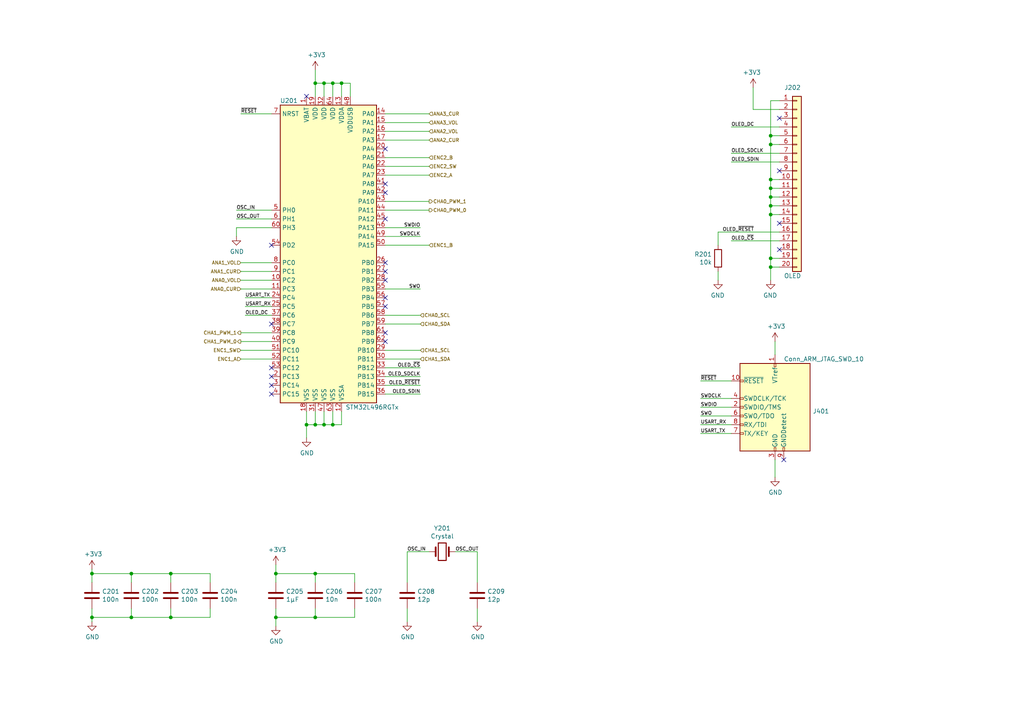
<source format=kicad_sch>
(kicad_sch (version 20211123) (generator eeschema)

  (uuid 15ea3484-2685-47cb-9e01-ec01c6d477b8)

  (paper "A4")

  (lib_symbols
    (symbol "Connector_Generic:Conn_01x20" (pin_names (offset 1.016) hide) (in_bom yes) (on_board yes)
      (property "Reference" "J" (id 0) (at 0 25.4 0)
        (effects (font (size 1.27 1.27)))
      )
      (property "Value" "Conn_01x20" (id 1) (at 0 -27.94 0)
        (effects (font (size 1.27 1.27)))
      )
      (property "Footprint" "" (id 2) (at 0 0 0)
        (effects (font (size 1.27 1.27)) hide)
      )
      (property "Datasheet" "~" (id 3) (at 0 0 0)
        (effects (font (size 1.27 1.27)) hide)
      )
      (property "ki_keywords" "connector" (id 4) (at 0 0 0)
        (effects (font (size 1.27 1.27)) hide)
      )
      (property "ki_description" "Generic connector, single row, 01x20, script generated (kicad-library-utils/schlib/autogen/connector/)" (id 5) (at 0 0 0)
        (effects (font (size 1.27 1.27)) hide)
      )
      (property "ki_fp_filters" "Connector*:*_1x??_*" (id 6) (at 0 0 0)
        (effects (font (size 1.27 1.27)) hide)
      )
      (symbol "Conn_01x20_1_1"
        (rectangle (start -1.27 -25.273) (end 0 -25.527)
          (stroke (width 0.1524) (type default) (color 0 0 0 0))
          (fill (type none))
        )
        (rectangle (start -1.27 -22.733) (end 0 -22.987)
          (stroke (width 0.1524) (type default) (color 0 0 0 0))
          (fill (type none))
        )
        (rectangle (start -1.27 -20.193) (end 0 -20.447)
          (stroke (width 0.1524) (type default) (color 0 0 0 0))
          (fill (type none))
        )
        (rectangle (start -1.27 -17.653) (end 0 -17.907)
          (stroke (width 0.1524) (type default) (color 0 0 0 0))
          (fill (type none))
        )
        (rectangle (start -1.27 -15.113) (end 0 -15.367)
          (stroke (width 0.1524) (type default) (color 0 0 0 0))
          (fill (type none))
        )
        (rectangle (start -1.27 -12.573) (end 0 -12.827)
          (stroke (width 0.1524) (type default) (color 0 0 0 0))
          (fill (type none))
        )
        (rectangle (start -1.27 -10.033) (end 0 -10.287)
          (stroke (width 0.1524) (type default) (color 0 0 0 0))
          (fill (type none))
        )
        (rectangle (start -1.27 -7.493) (end 0 -7.747)
          (stroke (width 0.1524) (type default) (color 0 0 0 0))
          (fill (type none))
        )
        (rectangle (start -1.27 -4.953) (end 0 -5.207)
          (stroke (width 0.1524) (type default) (color 0 0 0 0))
          (fill (type none))
        )
        (rectangle (start -1.27 -2.413) (end 0 -2.667)
          (stroke (width 0.1524) (type default) (color 0 0 0 0))
          (fill (type none))
        )
        (rectangle (start -1.27 0.127) (end 0 -0.127)
          (stroke (width 0.1524) (type default) (color 0 0 0 0))
          (fill (type none))
        )
        (rectangle (start -1.27 2.667) (end 0 2.413)
          (stroke (width 0.1524) (type default) (color 0 0 0 0))
          (fill (type none))
        )
        (rectangle (start -1.27 5.207) (end 0 4.953)
          (stroke (width 0.1524) (type default) (color 0 0 0 0))
          (fill (type none))
        )
        (rectangle (start -1.27 7.747) (end 0 7.493)
          (stroke (width 0.1524) (type default) (color 0 0 0 0))
          (fill (type none))
        )
        (rectangle (start -1.27 10.287) (end 0 10.033)
          (stroke (width 0.1524) (type default) (color 0 0 0 0))
          (fill (type none))
        )
        (rectangle (start -1.27 12.827) (end 0 12.573)
          (stroke (width 0.1524) (type default) (color 0 0 0 0))
          (fill (type none))
        )
        (rectangle (start -1.27 15.367) (end 0 15.113)
          (stroke (width 0.1524) (type default) (color 0 0 0 0))
          (fill (type none))
        )
        (rectangle (start -1.27 17.907) (end 0 17.653)
          (stroke (width 0.1524) (type default) (color 0 0 0 0))
          (fill (type none))
        )
        (rectangle (start -1.27 20.447) (end 0 20.193)
          (stroke (width 0.1524) (type default) (color 0 0 0 0))
          (fill (type none))
        )
        (rectangle (start -1.27 22.987) (end 0 22.733)
          (stroke (width 0.1524) (type default) (color 0 0 0 0))
          (fill (type none))
        )
        (rectangle (start -1.27 24.13) (end 1.27 -26.67)
          (stroke (width 0.254) (type default) (color 0 0 0 0))
          (fill (type background))
        )
        (pin passive line (at -5.08 22.86 0) (length 3.81)
          (name "Pin_1" (effects (font (size 1.27 1.27))))
          (number "1" (effects (font (size 1.27 1.27))))
        )
        (pin passive line (at -5.08 0 0) (length 3.81)
          (name "Pin_10" (effects (font (size 1.27 1.27))))
          (number "10" (effects (font (size 1.27 1.27))))
        )
        (pin passive line (at -5.08 -2.54 0) (length 3.81)
          (name "Pin_11" (effects (font (size 1.27 1.27))))
          (number "11" (effects (font (size 1.27 1.27))))
        )
        (pin passive line (at -5.08 -5.08 0) (length 3.81)
          (name "Pin_12" (effects (font (size 1.27 1.27))))
          (number "12" (effects (font (size 1.27 1.27))))
        )
        (pin passive line (at -5.08 -7.62 0) (length 3.81)
          (name "Pin_13" (effects (font (size 1.27 1.27))))
          (number "13" (effects (font (size 1.27 1.27))))
        )
        (pin passive line (at -5.08 -10.16 0) (length 3.81)
          (name "Pin_14" (effects (font (size 1.27 1.27))))
          (number "14" (effects (font (size 1.27 1.27))))
        )
        (pin passive line (at -5.08 -12.7 0) (length 3.81)
          (name "Pin_15" (effects (font (size 1.27 1.27))))
          (number "15" (effects (font (size 1.27 1.27))))
        )
        (pin passive line (at -5.08 -15.24 0) (length 3.81)
          (name "Pin_16" (effects (font (size 1.27 1.27))))
          (number "16" (effects (font (size 1.27 1.27))))
        )
        (pin passive line (at -5.08 -17.78 0) (length 3.81)
          (name "Pin_17" (effects (font (size 1.27 1.27))))
          (number "17" (effects (font (size 1.27 1.27))))
        )
        (pin passive line (at -5.08 -20.32 0) (length 3.81)
          (name "Pin_18" (effects (font (size 1.27 1.27))))
          (number "18" (effects (font (size 1.27 1.27))))
        )
        (pin passive line (at -5.08 -22.86 0) (length 3.81)
          (name "Pin_19" (effects (font (size 1.27 1.27))))
          (number "19" (effects (font (size 1.27 1.27))))
        )
        (pin passive line (at -5.08 20.32 0) (length 3.81)
          (name "Pin_2" (effects (font (size 1.27 1.27))))
          (number "2" (effects (font (size 1.27 1.27))))
        )
        (pin passive line (at -5.08 -25.4 0) (length 3.81)
          (name "Pin_20" (effects (font (size 1.27 1.27))))
          (number "20" (effects (font (size 1.27 1.27))))
        )
        (pin passive line (at -5.08 17.78 0) (length 3.81)
          (name "Pin_3" (effects (font (size 1.27 1.27))))
          (number "3" (effects (font (size 1.27 1.27))))
        )
        (pin passive line (at -5.08 15.24 0) (length 3.81)
          (name "Pin_4" (effects (font (size 1.27 1.27))))
          (number "4" (effects (font (size 1.27 1.27))))
        )
        (pin passive line (at -5.08 12.7 0) (length 3.81)
          (name "Pin_5" (effects (font (size 1.27 1.27))))
          (number "5" (effects (font (size 1.27 1.27))))
        )
        (pin passive line (at -5.08 10.16 0) (length 3.81)
          (name "Pin_6" (effects (font (size 1.27 1.27))))
          (number "6" (effects (font (size 1.27 1.27))))
        )
        (pin passive line (at -5.08 7.62 0) (length 3.81)
          (name "Pin_7" (effects (font (size 1.27 1.27))))
          (number "7" (effects (font (size 1.27 1.27))))
        )
        (pin passive line (at -5.08 5.08 0) (length 3.81)
          (name "Pin_8" (effects (font (size 1.27 1.27))))
          (number "8" (effects (font (size 1.27 1.27))))
        )
        (pin passive line (at -5.08 2.54 0) (length 3.81)
          (name "Pin_9" (effects (font (size 1.27 1.27))))
          (number "9" (effects (font (size 1.27 1.27))))
        )
      )
    )
    (symbol "Device:C" (pin_numbers hide) (pin_names (offset 0.254)) (in_bom yes) (on_board yes)
      (property "Reference" "C" (id 0) (at 0.635 2.54 0)
        (effects (font (size 1.27 1.27)) (justify left))
      )
      (property "Value" "C" (id 1) (at 0.635 -2.54 0)
        (effects (font (size 1.27 1.27)) (justify left))
      )
      (property "Footprint" "" (id 2) (at 0.9652 -3.81 0)
        (effects (font (size 1.27 1.27)) hide)
      )
      (property "Datasheet" "~" (id 3) (at 0 0 0)
        (effects (font (size 1.27 1.27)) hide)
      )
      (property "ki_keywords" "cap capacitor" (id 4) (at 0 0 0)
        (effects (font (size 1.27 1.27)) hide)
      )
      (property "ki_description" "Unpolarized capacitor" (id 5) (at 0 0 0)
        (effects (font (size 1.27 1.27)) hide)
      )
      (property "ki_fp_filters" "C_*" (id 6) (at 0 0 0)
        (effects (font (size 1.27 1.27)) hide)
      )
      (symbol "C_0_1"
        (polyline
          (pts
            (xy -2.032 -0.762)
            (xy 2.032 -0.762)
          )
          (stroke (width 0.508) (type default) (color 0 0 0 0))
          (fill (type none))
        )
        (polyline
          (pts
            (xy -2.032 0.762)
            (xy 2.032 0.762)
          )
          (stroke (width 0.508) (type default) (color 0 0 0 0))
          (fill (type none))
        )
      )
      (symbol "C_1_1"
        (pin passive line (at 0 3.81 270) (length 2.794)
          (name "~" (effects (font (size 1.27 1.27))))
          (number "1" (effects (font (size 1.27 1.27))))
        )
        (pin passive line (at 0 -3.81 90) (length 2.794)
          (name "~" (effects (font (size 1.27 1.27))))
          (number "2" (effects (font (size 1.27 1.27))))
        )
      )
    )
    (symbol "Device:Crystal" (pin_numbers hide) (pin_names (offset 1.016) hide) (in_bom yes) (on_board yes)
      (property "Reference" "Y" (id 0) (at 0 3.81 0)
        (effects (font (size 1.27 1.27)))
      )
      (property "Value" "Crystal" (id 1) (at 0 -3.81 0)
        (effects (font (size 1.27 1.27)))
      )
      (property "Footprint" "" (id 2) (at 0 0 0)
        (effects (font (size 1.27 1.27)) hide)
      )
      (property "Datasheet" "~" (id 3) (at 0 0 0)
        (effects (font (size 1.27 1.27)) hide)
      )
      (property "ki_keywords" "quartz ceramic resonator oscillator" (id 4) (at 0 0 0)
        (effects (font (size 1.27 1.27)) hide)
      )
      (property "ki_description" "Two pin crystal" (id 5) (at 0 0 0)
        (effects (font (size 1.27 1.27)) hide)
      )
      (property "ki_fp_filters" "Crystal*" (id 6) (at 0 0 0)
        (effects (font (size 1.27 1.27)) hide)
      )
      (symbol "Crystal_0_1"
        (rectangle (start -1.143 2.54) (end 1.143 -2.54)
          (stroke (width 0.3048) (type default) (color 0 0 0 0))
          (fill (type none))
        )
        (polyline
          (pts
            (xy -2.54 0)
            (xy -1.905 0)
          )
          (stroke (width 0) (type default) (color 0 0 0 0))
          (fill (type none))
        )
        (polyline
          (pts
            (xy -1.905 -1.27)
            (xy -1.905 1.27)
          )
          (stroke (width 0.508) (type default) (color 0 0 0 0))
          (fill (type none))
        )
        (polyline
          (pts
            (xy 1.905 -1.27)
            (xy 1.905 1.27)
          )
          (stroke (width 0.508) (type default) (color 0 0 0 0))
          (fill (type none))
        )
        (polyline
          (pts
            (xy 2.54 0)
            (xy 1.905 0)
          )
          (stroke (width 0) (type default) (color 0 0 0 0))
          (fill (type none))
        )
      )
      (symbol "Crystal_1_1"
        (pin passive line (at -3.81 0 0) (length 1.27)
          (name "1" (effects (font (size 1.27 1.27))))
          (number "1" (effects (font (size 1.27 1.27))))
        )
        (pin passive line (at 3.81 0 180) (length 1.27)
          (name "2" (effects (font (size 1.27 1.27))))
          (number "2" (effects (font (size 1.27 1.27))))
        )
      )
    )
    (symbol "Device:R" (pin_numbers hide) (pin_names (offset 0)) (in_bom yes) (on_board yes)
      (property "Reference" "R" (id 0) (at 2.032 0 90)
        (effects (font (size 1.27 1.27)))
      )
      (property "Value" "R" (id 1) (at 0 0 90)
        (effects (font (size 1.27 1.27)))
      )
      (property "Footprint" "" (id 2) (at -1.778 0 90)
        (effects (font (size 1.27 1.27)) hide)
      )
      (property "Datasheet" "~" (id 3) (at 0 0 0)
        (effects (font (size 1.27 1.27)) hide)
      )
      (property "ki_keywords" "R res resistor" (id 4) (at 0 0 0)
        (effects (font (size 1.27 1.27)) hide)
      )
      (property "ki_description" "Resistor" (id 5) (at 0 0 0)
        (effects (font (size 1.27 1.27)) hide)
      )
      (property "ki_fp_filters" "R_*" (id 6) (at 0 0 0)
        (effects (font (size 1.27 1.27)) hide)
      )
      (symbol "R_0_1"
        (rectangle (start -1.016 -2.54) (end 1.016 2.54)
          (stroke (width 0.254) (type default) (color 0 0 0 0))
          (fill (type none))
        )
      )
      (symbol "R_1_1"
        (pin passive line (at 0 3.81 270) (length 1.27)
          (name "~" (effects (font (size 1.27 1.27))))
          (number "1" (effects (font (size 1.27 1.27))))
        )
        (pin passive line (at 0 -3.81 90) (length 1.27)
          (name "~" (effects (font (size 1.27 1.27))))
          (number "2" (effects (font (size 1.27 1.27))))
        )
      )
    )
    (symbol "MCU_ST_STM32L4:STM32L496RGTx" (in_bom yes) (on_board yes)
      (property "Reference" "U" (id 0) (at -15.24 44.45 0)
        (effects (font (size 1.27 1.27)) (justify left))
      )
      (property "Value" "STM32L496RGTx" (id 1) (at 7.62 44.45 0)
        (effects (font (size 1.27 1.27)) (justify left))
      )
      (property "Footprint" "Package_QFP:LQFP-64_10x10mm_P0.5mm" (id 2) (at -15.24 -43.18 0)
        (effects (font (size 1.27 1.27)) (justify right) hide)
      )
      (property "Datasheet" "http://www.st.com/st-web-ui/static/active/en/resource/technical/document/datasheet/DM00284211.pdf" (id 3) (at 0 0 0)
        (effects (font (size 1.27 1.27)) hide)
      )
      (property "ki_keywords" "ARM Cortex-M4 STM32L4 STM32L4x6" (id 4) (at 0 0 0)
        (effects (font (size 1.27 1.27)) hide)
      )
      (property "ki_description" "ARM Cortex-M4 MCU, 1024KB flash, 320KB RAM, 80MHz, 1.71-3.6V, 52 GPIO, LQFP-64" (id 5) (at 0 0 0)
        (effects (font (size 1.27 1.27)) hide)
      )
      (property "ki_fp_filters" "LQFP*10x10mm*P0.5mm*" (id 6) (at 0 0 0)
        (effects (font (size 1.27 1.27)) hide)
      )
      (symbol "STM32L496RGTx_0_1"
        (rectangle (start -15.24 -43.18) (end 12.7 43.18)
          (stroke (width 0.254) (type default) (color 0 0 0 0))
          (fill (type background))
        )
      )
      (symbol "STM32L496RGTx_1_1"
        (pin power_in line (at -7.62 45.72 270) (length 2.54)
          (name "VBAT" (effects (font (size 1.27 1.27))))
          (number "1" (effects (font (size 1.27 1.27))))
        )
        (pin bidirectional line (at -17.78 -7.62 0) (length 2.54)
          (name "PC2" (effects (font (size 1.27 1.27))))
          (number "10" (effects (font (size 1.27 1.27))))
        )
        (pin bidirectional line (at -17.78 -10.16 0) (length 2.54)
          (name "PC3" (effects (font (size 1.27 1.27))))
          (number "11" (effects (font (size 1.27 1.27))))
        )
        (pin power_in line (at 2.54 -45.72 90) (length 2.54)
          (name "VSSA" (effects (font (size 1.27 1.27))))
          (number "12" (effects (font (size 1.27 1.27))))
        )
        (pin power_in line (at 2.54 45.72 270) (length 2.54)
          (name "VDDA" (effects (font (size 1.27 1.27))))
          (number "13" (effects (font (size 1.27 1.27))))
        )
        (pin bidirectional line (at 15.24 40.64 180) (length 2.54)
          (name "PA0" (effects (font (size 1.27 1.27))))
          (number "14" (effects (font (size 1.27 1.27))))
        )
        (pin bidirectional line (at 15.24 38.1 180) (length 2.54)
          (name "PA1" (effects (font (size 1.27 1.27))))
          (number "15" (effects (font (size 1.27 1.27))))
        )
        (pin bidirectional line (at 15.24 35.56 180) (length 2.54)
          (name "PA2" (effects (font (size 1.27 1.27))))
          (number "16" (effects (font (size 1.27 1.27))))
        )
        (pin bidirectional line (at 15.24 33.02 180) (length 2.54)
          (name "PA3" (effects (font (size 1.27 1.27))))
          (number "17" (effects (font (size 1.27 1.27))))
        )
        (pin power_in line (at -7.62 -45.72 90) (length 2.54)
          (name "VSS" (effects (font (size 1.27 1.27))))
          (number "18" (effects (font (size 1.27 1.27))))
        )
        (pin power_in line (at -5.08 45.72 270) (length 2.54)
          (name "VDD" (effects (font (size 1.27 1.27))))
          (number "19" (effects (font (size 1.27 1.27))))
        )
        (pin bidirectional line (at -17.78 -35.56 0) (length 2.54)
          (name "PC13" (effects (font (size 1.27 1.27))))
          (number "2" (effects (font (size 1.27 1.27))))
        )
        (pin bidirectional line (at 15.24 30.48 180) (length 2.54)
          (name "PA4" (effects (font (size 1.27 1.27))))
          (number "20" (effects (font (size 1.27 1.27))))
        )
        (pin bidirectional line (at 15.24 27.94 180) (length 2.54)
          (name "PA5" (effects (font (size 1.27 1.27))))
          (number "21" (effects (font (size 1.27 1.27))))
        )
        (pin bidirectional line (at 15.24 25.4 180) (length 2.54)
          (name "PA6" (effects (font (size 1.27 1.27))))
          (number "22" (effects (font (size 1.27 1.27))))
        )
        (pin bidirectional line (at 15.24 22.86 180) (length 2.54)
          (name "PA7" (effects (font (size 1.27 1.27))))
          (number "23" (effects (font (size 1.27 1.27))))
        )
        (pin bidirectional line (at -17.78 -12.7 0) (length 2.54)
          (name "PC4" (effects (font (size 1.27 1.27))))
          (number "24" (effects (font (size 1.27 1.27))))
        )
        (pin bidirectional line (at -17.78 -15.24 0) (length 2.54)
          (name "PC5" (effects (font (size 1.27 1.27))))
          (number "25" (effects (font (size 1.27 1.27))))
        )
        (pin bidirectional line (at 15.24 -2.54 180) (length 2.54)
          (name "PB0" (effects (font (size 1.27 1.27))))
          (number "26" (effects (font (size 1.27 1.27))))
        )
        (pin bidirectional line (at 15.24 -5.08 180) (length 2.54)
          (name "PB1" (effects (font (size 1.27 1.27))))
          (number "27" (effects (font (size 1.27 1.27))))
        )
        (pin bidirectional line (at 15.24 -7.62 180) (length 2.54)
          (name "PB2" (effects (font (size 1.27 1.27))))
          (number "28" (effects (font (size 1.27 1.27))))
        )
        (pin bidirectional line (at 15.24 -27.94 180) (length 2.54)
          (name "PB10" (effects (font (size 1.27 1.27))))
          (number "29" (effects (font (size 1.27 1.27))))
        )
        (pin bidirectional line (at -17.78 -38.1 0) (length 2.54)
          (name "PC14" (effects (font (size 1.27 1.27))))
          (number "3" (effects (font (size 1.27 1.27))))
        )
        (pin bidirectional line (at 15.24 -30.48 180) (length 2.54)
          (name "PB11" (effects (font (size 1.27 1.27))))
          (number "30" (effects (font (size 1.27 1.27))))
        )
        (pin power_in line (at -5.08 -45.72 90) (length 2.54)
          (name "VSS" (effects (font (size 1.27 1.27))))
          (number "31" (effects (font (size 1.27 1.27))))
        )
        (pin power_in line (at -2.54 45.72 270) (length 2.54)
          (name "VDD" (effects (font (size 1.27 1.27))))
          (number "32" (effects (font (size 1.27 1.27))))
        )
        (pin bidirectional line (at 15.24 -33.02 180) (length 2.54)
          (name "PB12" (effects (font (size 1.27 1.27))))
          (number "33" (effects (font (size 1.27 1.27))))
        )
        (pin bidirectional line (at 15.24 -35.56 180) (length 2.54)
          (name "PB13" (effects (font (size 1.27 1.27))))
          (number "34" (effects (font (size 1.27 1.27))))
        )
        (pin bidirectional line (at 15.24 -38.1 180) (length 2.54)
          (name "PB14" (effects (font (size 1.27 1.27))))
          (number "35" (effects (font (size 1.27 1.27))))
        )
        (pin bidirectional line (at 15.24 -40.64 180) (length 2.54)
          (name "PB15" (effects (font (size 1.27 1.27))))
          (number "36" (effects (font (size 1.27 1.27))))
        )
        (pin bidirectional line (at -17.78 -17.78 0) (length 2.54)
          (name "PC6" (effects (font (size 1.27 1.27))))
          (number "37" (effects (font (size 1.27 1.27))))
        )
        (pin bidirectional line (at -17.78 -20.32 0) (length 2.54)
          (name "PC7" (effects (font (size 1.27 1.27))))
          (number "38" (effects (font (size 1.27 1.27))))
        )
        (pin bidirectional line (at -17.78 -22.86 0) (length 2.54)
          (name "PC8" (effects (font (size 1.27 1.27))))
          (number "39" (effects (font (size 1.27 1.27))))
        )
        (pin bidirectional line (at -17.78 -40.64 0) (length 2.54)
          (name "PC15" (effects (font (size 1.27 1.27))))
          (number "4" (effects (font (size 1.27 1.27))))
        )
        (pin bidirectional line (at -17.78 -25.4 0) (length 2.54)
          (name "PC9" (effects (font (size 1.27 1.27))))
          (number "40" (effects (font (size 1.27 1.27))))
        )
        (pin bidirectional line (at 15.24 20.32 180) (length 2.54)
          (name "PA8" (effects (font (size 1.27 1.27))))
          (number "41" (effects (font (size 1.27 1.27))))
        )
        (pin bidirectional line (at 15.24 17.78 180) (length 2.54)
          (name "PA9" (effects (font (size 1.27 1.27))))
          (number "42" (effects (font (size 1.27 1.27))))
        )
        (pin bidirectional line (at 15.24 15.24 180) (length 2.54)
          (name "PA10" (effects (font (size 1.27 1.27))))
          (number "43" (effects (font (size 1.27 1.27))))
        )
        (pin bidirectional line (at 15.24 12.7 180) (length 2.54)
          (name "PA11" (effects (font (size 1.27 1.27))))
          (number "44" (effects (font (size 1.27 1.27))))
        )
        (pin bidirectional line (at 15.24 10.16 180) (length 2.54)
          (name "PA12" (effects (font (size 1.27 1.27))))
          (number "45" (effects (font (size 1.27 1.27))))
        )
        (pin bidirectional line (at 15.24 7.62 180) (length 2.54)
          (name "PA13" (effects (font (size 1.27 1.27))))
          (number "46" (effects (font (size 1.27 1.27))))
        )
        (pin power_in line (at -2.54 -45.72 90) (length 2.54)
          (name "VSS" (effects (font (size 1.27 1.27))))
          (number "47" (effects (font (size 1.27 1.27))))
        )
        (pin power_in line (at 5.08 45.72 270) (length 2.54)
          (name "VDDUSB" (effects (font (size 1.27 1.27))))
          (number "48" (effects (font (size 1.27 1.27))))
        )
        (pin bidirectional line (at 15.24 5.08 180) (length 2.54)
          (name "PA14" (effects (font (size 1.27 1.27))))
          (number "49" (effects (font (size 1.27 1.27))))
        )
        (pin input line (at -17.78 12.7 0) (length 2.54)
          (name "PH0" (effects (font (size 1.27 1.27))))
          (number "5" (effects (font (size 1.27 1.27))))
        )
        (pin bidirectional line (at 15.24 2.54 180) (length 2.54)
          (name "PA15" (effects (font (size 1.27 1.27))))
          (number "50" (effects (font (size 1.27 1.27))))
        )
        (pin bidirectional line (at -17.78 -27.94 0) (length 2.54)
          (name "PC10" (effects (font (size 1.27 1.27))))
          (number "51" (effects (font (size 1.27 1.27))))
        )
        (pin bidirectional line (at -17.78 -30.48 0) (length 2.54)
          (name "PC11" (effects (font (size 1.27 1.27))))
          (number "52" (effects (font (size 1.27 1.27))))
        )
        (pin bidirectional line (at -17.78 -33.02 0) (length 2.54)
          (name "PC12" (effects (font (size 1.27 1.27))))
          (number "53" (effects (font (size 1.27 1.27))))
        )
        (pin bidirectional line (at -17.78 2.54 0) (length 2.54)
          (name "PD2" (effects (font (size 1.27 1.27))))
          (number "54" (effects (font (size 1.27 1.27))))
        )
        (pin bidirectional line (at 15.24 -10.16 180) (length 2.54)
          (name "PB3" (effects (font (size 1.27 1.27))))
          (number "55" (effects (font (size 1.27 1.27))))
        )
        (pin bidirectional line (at 15.24 -12.7 180) (length 2.54)
          (name "PB4" (effects (font (size 1.27 1.27))))
          (number "56" (effects (font (size 1.27 1.27))))
        )
        (pin bidirectional line (at 15.24 -15.24 180) (length 2.54)
          (name "PB5" (effects (font (size 1.27 1.27))))
          (number "57" (effects (font (size 1.27 1.27))))
        )
        (pin bidirectional line (at 15.24 -17.78 180) (length 2.54)
          (name "PB6" (effects (font (size 1.27 1.27))))
          (number "58" (effects (font (size 1.27 1.27))))
        )
        (pin bidirectional line (at 15.24 -20.32 180) (length 2.54)
          (name "PB7" (effects (font (size 1.27 1.27))))
          (number "59" (effects (font (size 1.27 1.27))))
        )
        (pin input line (at -17.78 10.16 0) (length 2.54)
          (name "PH1" (effects (font (size 1.27 1.27))))
          (number "6" (effects (font (size 1.27 1.27))))
        )
        (pin bidirectional line (at -17.78 7.62 0) (length 2.54)
          (name "PH3" (effects (font (size 1.27 1.27))))
          (number "60" (effects (font (size 1.27 1.27))))
        )
        (pin bidirectional line (at 15.24 -22.86 180) (length 2.54)
          (name "PB8" (effects (font (size 1.27 1.27))))
          (number "61" (effects (font (size 1.27 1.27))))
        )
        (pin bidirectional line (at 15.24 -25.4 180) (length 2.54)
          (name "PB9" (effects (font (size 1.27 1.27))))
          (number "62" (effects (font (size 1.27 1.27))))
        )
        (pin power_in line (at 0 -45.72 90) (length 2.54)
          (name "VSS" (effects (font (size 1.27 1.27))))
          (number "63" (effects (font (size 1.27 1.27))))
        )
        (pin power_in line (at 0 45.72 270) (length 2.54)
          (name "VDD" (effects (font (size 1.27 1.27))))
          (number "64" (effects (font (size 1.27 1.27))))
        )
        (pin input line (at -17.78 40.64 0) (length 2.54)
          (name "NRST" (effects (font (size 1.27 1.27))))
          (number "7" (effects (font (size 1.27 1.27))))
        )
        (pin bidirectional line (at -17.78 -2.54 0) (length 2.54)
          (name "PC0" (effects (font (size 1.27 1.27))))
          (number "8" (effects (font (size 1.27 1.27))))
        )
        (pin bidirectional line (at -17.78 -5.08 0) (length 2.54)
          (name "PC1" (effects (font (size 1.27 1.27))))
          (number "9" (effects (font (size 1.27 1.27))))
        )
      )
    )
    (symbol "power:+3V3" (power) (pin_names (offset 0)) (in_bom yes) (on_board yes)
      (property "Reference" "#PWR" (id 0) (at 0 -3.81 0)
        (effects (font (size 1.27 1.27)) hide)
      )
      (property "Value" "+3V3" (id 1) (at 0 3.556 0)
        (effects (font (size 1.27 1.27)))
      )
      (property "Footprint" "" (id 2) (at 0 0 0)
        (effects (font (size 1.27 1.27)) hide)
      )
      (property "Datasheet" "" (id 3) (at 0 0 0)
        (effects (font (size 1.27 1.27)) hide)
      )
      (property "ki_keywords" "power-flag" (id 4) (at 0 0 0)
        (effects (font (size 1.27 1.27)) hide)
      )
      (property "ki_description" "Power symbol creates a global label with name \"+3V3\"" (id 5) (at 0 0 0)
        (effects (font (size 1.27 1.27)) hide)
      )
      (symbol "+3V3_0_1"
        (polyline
          (pts
            (xy -0.762 1.27)
            (xy 0 2.54)
          )
          (stroke (width 0) (type default) (color 0 0 0 0))
          (fill (type none))
        )
        (polyline
          (pts
            (xy 0 0)
            (xy 0 2.54)
          )
          (stroke (width 0) (type default) (color 0 0 0 0))
          (fill (type none))
        )
        (polyline
          (pts
            (xy 0 2.54)
            (xy 0.762 1.27)
          )
          (stroke (width 0) (type default) (color 0 0 0 0))
          (fill (type none))
        )
      )
      (symbol "+3V3_1_1"
        (pin power_in line (at 0 0 90) (length 0) hide
          (name "+3V3" (effects (font (size 1.27 1.27))))
          (number "1" (effects (font (size 1.27 1.27))))
        )
      )
    )
    (symbol "power:GND" (power) (pin_names (offset 0)) (in_bom yes) (on_board yes)
      (property "Reference" "#PWR" (id 0) (at 0 -6.35 0)
        (effects (font (size 1.27 1.27)) hide)
      )
      (property "Value" "GND" (id 1) (at 0 -3.81 0)
        (effects (font (size 1.27 1.27)))
      )
      (property "Footprint" "" (id 2) (at 0 0 0)
        (effects (font (size 1.27 1.27)) hide)
      )
      (property "Datasheet" "" (id 3) (at 0 0 0)
        (effects (font (size 1.27 1.27)) hide)
      )
      (property "ki_keywords" "power-flag" (id 4) (at 0 0 0)
        (effects (font (size 1.27 1.27)) hide)
      )
      (property "ki_description" "Power symbol creates a global label with name \"GND\" , ground" (id 5) (at 0 0 0)
        (effects (font (size 1.27 1.27)) hide)
      )
      (symbol "GND_0_1"
        (polyline
          (pts
            (xy 0 0)
            (xy 0 -1.27)
            (xy 1.27 -1.27)
            (xy 0 -2.54)
            (xy -1.27 -1.27)
            (xy 0 -1.27)
          )
          (stroke (width 0) (type default) (color 0 0 0 0))
          (fill (type none))
        )
      )
      (symbol "GND_1_1"
        (pin power_in line (at 0 0 270) (length 0) hide
          (name "GND" (effects (font (size 1.27 1.27))))
          (number "1" (effects (font (size 1.27 1.27))))
        )
      )
    )
    (symbol "solderpi-rescue:Conn_ARM_JTAG_SWD_10-solder_station" (pin_names (offset 1.016)) (in_bom yes) (on_board yes)
      (property "Reference" "J" (id 0) (at -2.54 16.51 0)
        (effects (font (size 1.27 1.27)) (justify right))
      )
      (property "Value" "Conn_ARM_JTAG_SWD_10-solder_station" (id 1) (at -2.54 13.97 0)
        (effects (font (size 1.27 1.27)) (justify right bottom))
      )
      (property "Footprint" "" (id 2) (at 0 0 0)
        (effects (font (size 1.27 1.27)) hide)
      )
      (property "Datasheet" "" (id 3) (at -8.89 -31.75 90)
        (effects (font (size 1.27 1.27)) hide)
      )
      (property "ki_fp_filters" "PinHeader?2x05?P1.27mm*" (id 4) (at 0 0 0)
        (effects (font (size 1.27 1.27)) hide)
      )
      (symbol "Conn_ARM_JTAG_SWD_10-solder_station_0_1"
        (rectangle (start -10.16 12.7) (end 10.16 -12.7)
          (stroke (width 0.254) (type default) (color 0 0 0 0))
          (fill (type background))
        )
        (rectangle (start -2.794 -12.7) (end -2.286 -11.684)
          (stroke (width 0) (type default) (color 0 0 0 0))
          (fill (type none))
        )
        (rectangle (start -0.254 -12.7) (end 0.254 -11.684)
          (stroke (width 0) (type default) (color 0 0 0 0))
          (fill (type none))
        )
        (rectangle (start -0.254 12.7) (end 0.254 11.684)
          (stroke (width 0) (type default) (color 0 0 0 0))
          (fill (type none))
        )
        (rectangle (start 9.144 2.286) (end 10.16 2.794)
          (stroke (width 0) (type default) (color 0 0 0 0))
          (fill (type none))
        )
        (rectangle (start 10.16 -2.794) (end 9.144 -2.286)
          (stroke (width 0) (type default) (color 0 0 0 0))
          (fill (type none))
        )
        (rectangle (start 10.16 -0.254) (end 9.144 0.254)
          (stroke (width 0) (type default) (color 0 0 0 0))
          (fill (type none))
        )
        (rectangle (start 10.16 7.874) (end 9.144 7.366)
          (stroke (width 0) (type default) (color 0 0 0 0))
          (fill (type none))
        )
      )
      (symbol "Conn_ARM_JTAG_SWD_10-solder_station_1_1"
        (rectangle (start 9.144 -7.874) (end 10.16 -7.366)
          (stroke (width 0) (type default) (color 0 0 0 0))
          (fill (type none))
        )
        (rectangle (start 9.144 -5.334) (end 10.16 -4.826)
          (stroke (width 0) (type default) (color 0 0 0 0))
          (fill (type none))
        )
        (pin power_in line (at 0 15.24 270) (length 2.54)
          (name "VTref" (effects (font (size 1.27 1.27))))
          (number "1" (effects (font (size 1.27 1.27))))
        )
        (pin open_collector line (at 12.7 7.62 180) (length 2.54)
          (name "~{RESET}" (effects (font (size 1.27 1.27))))
          (number "10" (effects (font (size 1.27 1.27))))
        )
        (pin bidirectional line (at 12.7 0 180) (length 2.54)
          (name "SWDIO/TMS" (effects (font (size 1.27 1.27))))
          (number "2" (effects (font (size 1.27 1.27))))
        )
        (pin power_in line (at 0 -15.24 90) (length 2.54)
          (name "GND" (effects (font (size 1.27 1.27))))
          (number "3" (effects (font (size 1.27 1.27))))
        )
        (pin output line (at 12.7 2.54 180) (length 2.54)
          (name "SWDCLK/TCK" (effects (font (size 1.27 1.27))))
          (number "4" (effects (font (size 1.27 1.27))))
        )
        (pin passive line (at 0 -15.24 90) (length 2.54) hide
          (name "GND" (effects (font (size 1.27 1.27))))
          (number "5" (effects (font (size 1.27 1.27))))
        )
        (pin input line (at 12.7 -2.54 180) (length 2.54)
          (name "SWO/TDO" (effects (font (size 1.27 1.27))))
          (number "6" (effects (font (size 1.27 1.27))))
        )
        (pin input line (at 12.7 -7.62 180) (length 2.54)
          (name "TX/KEY" (effects (font (size 1.27 1.27))))
          (number "7" (effects (font (size 1.27 1.27))))
        )
        (pin output line (at 12.7 -5.08 180) (length 2.54)
          (name "RX/TDI" (effects (font (size 1.27 1.27))))
          (number "8" (effects (font (size 1.27 1.27))))
        )
        (pin passive line (at -2.54 -15.24 90) (length 2.54)
          (name "GNDDetect" (effects (font (size 1.27 1.27))))
          (number "9" (effects (font (size 1.27 1.27))))
        )
      )
    )
  )

  (junction (at 223.52 52.07) (diameter 0) (color 0 0 0 0)
    (uuid 1b5a32e4-0b8e-4f38-b679-71dc277c2087)
  )
  (junction (at 93.98 123.19) (diameter 0) (color 0 0 0 0)
    (uuid 251669f2-aed1-46fe-b2e4-9582ff1e4084)
  )
  (junction (at 49.53 166.37) (diameter 0) (color 0 0 0 0)
    (uuid 2c488362-c230-4f6d-82f9-a229b1171a23)
  )
  (junction (at 93.98 24.13) (diameter 0) (color 0 0 0 0)
    (uuid 34a11a07-8b7f-45d2-96e3-89fd43e62756)
  )
  (junction (at 96.52 123.19) (diameter 0) (color 0 0 0 0)
    (uuid 3c3e06bd-c8bb-4ec8-84e0-f7f9437909b3)
  )
  (junction (at 223.52 57.15) (diameter 0) (color 0 0 0 0)
    (uuid 414f80f7-b2d5-43c3-a018-819efe44fe30)
  )
  (junction (at 26.67 179.07) (diameter 0) (color 0 0 0 0)
    (uuid 42bd0f96-a831-406e-abb7-03ed1bbd785f)
  )
  (junction (at 91.44 179.07) (diameter 0) (color 0 0 0 0)
    (uuid 4688ff87-8262-46f4-ad96-b5f4e529cfa9)
  )
  (junction (at 88.9 123.19) (diameter 0) (color 0 0 0 0)
    (uuid 49d97c73-e37a-4154-9d0a-88037e40cc11)
  )
  (junction (at 80.01 179.07) (diameter 0) (color 0 0 0 0)
    (uuid 4d3a1f72-d521-46ae-8fe1-3f8221038335)
  )
  (junction (at 96.52 24.13) (diameter 0) (color 0 0 0 0)
    (uuid 54093c93-5e7e-4c8d-8d94-40c077747c12)
  )
  (junction (at 223.52 74.93) (diameter 0) (color 0 0 0 0)
    (uuid 55cff608-ab38-48d9-ac09-2d0a877ceca1)
  )
  (junction (at 26.67 166.37) (diameter 0) (color 0 0 0 0)
    (uuid 5698a460-6e24-4857-84d8-4a43acd2325d)
  )
  (junction (at 223.52 39.37) (diameter 0) (color 0 0 0 0)
    (uuid 680c3e83-f590-4924-85a1-36d51b076683)
  )
  (junction (at 223.52 77.47) (diameter 0) (color 0 0 0 0)
    (uuid 6b69fc79-c78f-4df1-9a05-c51d4173705f)
  )
  (junction (at 91.44 24.13) (diameter 0) (color 0 0 0 0)
    (uuid 73f40fda-e6eb-4f93-9482-56cf47d84a87)
  )
  (junction (at 38.1 166.37) (diameter 0) (color 0 0 0 0)
    (uuid 74096bdc-b668-408c-af3a-b048c20bd605)
  )
  (junction (at 49.53 179.07) (diameter 0) (color 0 0 0 0)
    (uuid 7c6e532b-1afd-48d4-9389-2942dcbc7c3c)
  )
  (junction (at 99.06 24.13) (diameter 0) (color 0 0 0 0)
    (uuid 88a17e56-466a-45e7-9047-7346a507f505)
  )
  (junction (at 38.1 179.07) (diameter 0) (color 0 0 0 0)
    (uuid 9c5933cf-1535-4465-90dd-da9b75afcdcf)
  )
  (junction (at 91.44 166.37) (diameter 0) (color 0 0 0 0)
    (uuid b8b15b51-8345-4a1d-8ecf-04fc15b9e450)
  )
  (junction (at 223.52 59.69) (diameter 0) (color 0 0 0 0)
    (uuid bc1d5740-b0c7-4566-95b0-470ac47a1fb3)
  )
  (junction (at 91.44 123.19) (diameter 0) (color 0 0 0 0)
    (uuid d70d1cd3-1668-4688-8eb7-f773efb7bb87)
  )
  (junction (at 223.52 62.23) (diameter 0) (color 0 0 0 0)
    (uuid d8370835-89ad-4b62-9f40-d0c10470788a)
  )
  (junction (at 223.52 54.61) (diameter 0) (color 0 0 0 0)
    (uuid dc7523a5-4408-4a51-bc92-6a47a538c094)
  )
  (junction (at 223.52 41.91) (diameter 0) (color 0 0 0 0)
    (uuid e7893166-2c2c-41b4-bd84-76ebc2e06551)
  )
  (junction (at 80.01 166.37) (diameter 0) (color 0 0 0 0)
    (uuid eafb53d1-7486-4935-b154-2efbffbed6ca)
  )

  (no_connect (at 111.76 88.9) (uuid 16d5bf81-590a-4149-97e0-64f3b3ad6f52))
  (no_connect (at 226.06 49.53) (uuid 1765d6b9-ca0e-49c2-8c3c-8ab35eb3909b))
  (no_connect (at 111.76 81.28) (uuid 18cf1537-83e6-4374-a277-6e3e21479ab0))
  (no_connect (at 78.74 114.3) (uuid 2d16cb66-2809-411d-912c-d3db0f48bd04))
  (no_connect (at 78.74 106.68) (uuid 2d4d8c24-5b38-445b-8733-2a81ba21d33e))
  (no_connect (at 111.76 55.88) (uuid 41524d81-a7f7-45af-a8c6-15609b68d1fd))
  (no_connect (at 78.74 111.76) (uuid 5fe7a4eb-9f04-4df6-a1fa-36c071e280d7))
  (no_connect (at 111.76 99.06) (uuid 7806469b-c133-4e19-b2d5-f2b690b4b2f3))
  (no_connect (at 226.06 34.29) (uuid 8ade7975-64a0-440a-8545-11958836bf48))
  (no_connect (at 111.76 96.52) (uuid 90fa0465-7fe5-474b-8e7c-9f955c02a0f6))
  (no_connect (at 78.74 93.98) (uuid a10b569c-d672-485d-9c05-2cb4795deeca))
  (no_connect (at 227.33 133.35) (uuid a4911204-1308-4d17-90a9-1ff5f9c57c9b))
  (no_connect (at 78.74 109.22) (uuid a6891c49-3648-41ce-811e-fccb4c4653af))
  (no_connect (at 111.76 86.36) (uuid a6c7f556-10bb-4a6d-b61b-a732ec6fa5cc))
  (no_connect (at 111.76 43.18) (uuid b4675fcd-90dd-499b-8feb-46b51a88378c))
  (no_connect (at 111.76 53.34) (uuid bcacf97a-a49b-480c-96ed-a857f56faeb2))
  (no_connect (at 111.76 76.2) (uuid c8072c34-0f81-4552-9fbe-4bfe60c53e21))
  (no_connect (at 78.74 71.12) (uuid db902262-2864-4997-aeff-8abaa132424a))
  (no_connect (at 226.06 72.39) (uuid e0b36e60-bb2b-489c-a764-1b81e551ce62))
  (no_connect (at 88.9 27.94) (uuid ef3dded2-639c-45d4-8076-84cfb5189592))
  (no_connect (at 226.06 64.77) (uuid f47374c3-cb2a-4769-880f-830c9b19222e))
  (no_connect (at 111.76 78.74) (uuid fec6f717-d723-4676-89ef-8ea691e209c2))
  (no_connect (at 111.76 63.5) (uuid ff2f00dc-dff2-4a19-af27-f5c793a8d261))

  (wire (pts (xy 91.44 168.91) (xy 91.44 166.37))
    (stroke (width 0) (type default) (color 0 0 0 0))
    (uuid 004b7456-c25a-480f-88f6-723c1bcd9939)
  )
  (wire (pts (xy 99.06 24.13) (xy 101.6 24.13))
    (stroke (width 0) (type default) (color 0 0 0 0))
    (uuid 01024d27-e392-4482-9e67-565b0c294fe8)
  )
  (wire (pts (xy 226.06 69.85) (xy 212.09 69.85))
    (stroke (width 0) (type default) (color 0 0 0 0))
    (uuid 01109662-12b4-48a3-b68d-624008909c2a)
  )
  (wire (pts (xy 111.76 104.14) (xy 121.92 104.14))
    (stroke (width 0) (type default) (color 0 0 0 0))
    (uuid 07652224-af43-42a2-841c-1883ba305bc4)
  )
  (wire (pts (xy 49.53 166.37) (xy 49.53 168.91))
    (stroke (width 0) (type default) (color 0 0 0 0))
    (uuid 0938c137-668b-4d2f-b92b-cadb1df72bdb)
  )
  (wire (pts (xy 78.74 66.04) (xy 68.58 66.04))
    (stroke (width 0) (type default) (color 0 0 0 0))
    (uuid 0c9bbc06-f1c0-4359-8448-9c515b32a886)
  )
  (wire (pts (xy 226.06 39.37) (xy 223.52 39.37))
    (stroke (width 0) (type default) (color 0 0 0 0))
    (uuid 0cc094e7-c1c0-457d-bd94-3db91c23be55)
  )
  (wire (pts (xy 93.98 27.94) (xy 93.98 24.13))
    (stroke (width 0) (type default) (color 0 0 0 0))
    (uuid 0e0f9829-27a5-43b2-a0ae-121d3ce72ef4)
  )
  (wire (pts (xy 223.52 54.61) (xy 223.52 57.15))
    (stroke (width 0) (type default) (color 0 0 0 0))
    (uuid 0e166909-afb5-4d70-a00b-dd78cd09b084)
  )
  (wire (pts (xy 69.85 83.82) (xy 78.74 83.82))
    (stroke (width 0) (type default) (color 0 0 0 0))
    (uuid 0e592cd4-1950-44ef-9727-8e526f4c4e12)
  )
  (wire (pts (xy 226.06 74.93) (xy 223.52 74.93))
    (stroke (width 0) (type default) (color 0 0 0 0))
    (uuid 0fc912fd-5036-4a55-b598-a9af40810824)
  )
  (wire (pts (xy 124.46 38.1) (xy 111.76 38.1))
    (stroke (width 0) (type default) (color 0 0 0 0))
    (uuid 11c7c8d4-4c4b-4330-bb59-1eec2e98b255)
  )
  (wire (pts (xy 138.43 160.02) (xy 138.43 168.91))
    (stroke (width 0) (type default) (color 0 0 0 0))
    (uuid 153169ce-9fac-4868-bc4e-e1381c5bb726)
  )
  (wire (pts (xy 212.09 115.57) (xy 203.2 115.57))
    (stroke (width 0) (type default) (color 0 0 0 0))
    (uuid 188eabba-12a3-47b7-9be1-03f0c5a948eb)
  )
  (wire (pts (xy 212.09 120.65) (xy 203.2 120.65))
    (stroke (width 0) (type default) (color 0 0 0 0))
    (uuid 18dee026-9999-4f10-8c36-736131349406)
  )
  (wire (pts (xy 38.1 166.37) (xy 49.53 166.37))
    (stroke (width 0) (type default) (color 0 0 0 0))
    (uuid 1b98de85-f9de-4825-baf2-c96991615275)
  )
  (wire (pts (xy 118.11 160.02) (xy 124.46 160.02))
    (stroke (width 0) (type default) (color 0 0 0 0))
    (uuid 2276ec6c-cdcc-4369-86b4-8267d991001e)
  )
  (wire (pts (xy 78.74 99.06) (xy 69.85 99.06))
    (stroke (width 0) (type default) (color 0 0 0 0))
    (uuid 2295a793-dfca-4b86-a3e5-abf1834e2790)
  )
  (wire (pts (xy 111.76 35.56) (xy 124.46 35.56))
    (stroke (width 0) (type default) (color 0 0 0 0))
    (uuid 22ab392d-1989-4185-9178-8083812ea067)
  )
  (wire (pts (xy 124.46 45.72) (xy 111.76 45.72))
    (stroke (width 0) (type default) (color 0 0 0 0))
    (uuid 2938bf2d-2d32-4cb0-9d4d-563ea28ffffa)
  )
  (wire (pts (xy 118.11 168.91) (xy 118.11 160.02))
    (stroke (width 0) (type default) (color 0 0 0 0))
    (uuid 29987966-1d19-4068-93f6-a61cdfb40ffa)
  )
  (wire (pts (xy 223.52 74.93) (xy 223.52 77.47))
    (stroke (width 0) (type default) (color 0 0 0 0))
    (uuid 2a6ee718-8cdf-4fa6-be7c-8fe885d98fd7)
  )
  (wire (pts (xy 38.1 179.07) (xy 49.53 179.07))
    (stroke (width 0) (type default) (color 0 0 0 0))
    (uuid 2d0d333a-99a0-4575-9433-710c8cc7ac0b)
  )
  (wire (pts (xy 102.87 179.07) (xy 91.44 179.07))
    (stroke (width 0) (type default) (color 0 0 0 0))
    (uuid 2d617fad-47fe-4db9-836a-4bceb9c31c3b)
  )
  (wire (pts (xy 102.87 176.53) (xy 102.87 179.07))
    (stroke (width 0) (type default) (color 0 0 0 0))
    (uuid 2e36ce87-4661-4b8f-956a-16dc559e1b50)
  )
  (wire (pts (xy 124.46 40.64) (xy 111.76 40.64))
    (stroke (width 0) (type default) (color 0 0 0 0))
    (uuid 300aa512-2f66-4c26-a530-50c091b3a099)
  )
  (wire (pts (xy 99.06 123.19) (xy 99.06 119.38))
    (stroke (width 0) (type default) (color 0 0 0 0))
    (uuid 311665d9-0fab-4325-8b46-f3638bf521df)
  )
  (wire (pts (xy 96.52 123.19) (xy 99.06 123.19))
    (stroke (width 0) (type default) (color 0 0 0 0))
    (uuid 3198b8ca-7d11-4e0c-89a4-c173f9fcf724)
  )
  (wire (pts (xy 226.06 41.91) (xy 223.52 41.91))
    (stroke (width 0) (type default) (color 0 0 0 0))
    (uuid 341dde39-440e-4d05-8def-6a5cecefd88c)
  )
  (wire (pts (xy 223.52 29.21) (xy 223.52 39.37))
    (stroke (width 0) (type default) (color 0 0 0 0))
    (uuid 35343f32-90ff-4059-a108-111fb444c3d2)
  )
  (wire (pts (xy 91.44 24.13) (xy 91.44 20.32))
    (stroke (width 0) (type default) (color 0 0 0 0))
    (uuid 3579cf2f-29b0-46b6-a07d-483fb5586322)
  )
  (wire (pts (xy 91.44 123.19) (xy 93.98 123.19))
    (stroke (width 0) (type default) (color 0 0 0 0))
    (uuid 3656bb3f-f8a4-4f3a-8e9a-ec6203c87a56)
  )
  (wire (pts (xy 93.98 24.13) (xy 91.44 24.13))
    (stroke (width 0) (type default) (color 0 0 0 0))
    (uuid 3934b2e9-06c8-499c-a6df-4d7b35cfb894)
  )
  (wire (pts (xy 111.76 101.6) (xy 121.92 101.6))
    (stroke (width 0) (type default) (color 0 0 0 0))
    (uuid 39845449-7a31-4262-86b1-e7af14a6659f)
  )
  (wire (pts (xy 80.01 166.37) (xy 91.44 166.37))
    (stroke (width 0) (type default) (color 0 0 0 0))
    (uuid 3b6dda98-f455-4961-854e-3c4cceecffcc)
  )
  (wire (pts (xy 78.74 63.5) (xy 68.58 63.5))
    (stroke (width 0) (type default) (color 0 0 0 0))
    (uuid 3c121a93-b189-409b-a104-2bdd37ff0b51)
  )
  (wire (pts (xy 93.98 123.19) (xy 96.52 123.19))
    (stroke (width 0) (type default) (color 0 0 0 0))
    (uuid 3c646c61-400f-4f60-98b8-05ed5e632a3f)
  )
  (wire (pts (xy 226.06 62.23) (xy 223.52 62.23))
    (stroke (width 0) (type default) (color 0 0 0 0))
    (uuid 3c66e6e2-f12d-4b23-910e-e478d272dfd5)
  )
  (wire (pts (xy 69.85 101.6) (xy 78.74 101.6))
    (stroke (width 0) (type default) (color 0 0 0 0))
    (uuid 3d416885-b8b5-4f5c-bc29-39c6376095e8)
  )
  (wire (pts (xy 96.52 24.13) (xy 96.52 27.94))
    (stroke (width 0) (type default) (color 0 0 0 0))
    (uuid 41b4f8c6-4973-4fc7-9118-d582bc7f31e7)
  )
  (wire (pts (xy 102.87 166.37) (xy 102.87 168.91))
    (stroke (width 0) (type default) (color 0 0 0 0))
    (uuid 42f10020-b50a-4739-a546-6b63e441c980)
  )
  (wire (pts (xy 111.76 60.96) (xy 124.46 60.96))
    (stroke (width 0) (type default) (color 0 0 0 0))
    (uuid 46491a9d-8b3d-4c74-b09a-70c876f162e5)
  )
  (wire (pts (xy 96.52 24.13) (xy 99.06 24.13))
    (stroke (width 0) (type default) (color 0 0 0 0))
    (uuid 47993d80-a37e-426e-90c9-fd54b49ed166)
  )
  (wire (pts (xy 78.74 86.36) (xy 71.12 86.36))
    (stroke (width 0) (type default) (color 0 0 0 0))
    (uuid 48034820-9d25-4020-8e74-d44c1441e803)
  )
  (wire (pts (xy 223.52 57.15) (xy 223.52 59.69))
    (stroke (width 0) (type default) (color 0 0 0 0))
    (uuid 494d4ce3-60c4-4021-8bd1-ab41a12b14ed)
  )
  (wire (pts (xy 226.06 29.21) (xy 223.52 29.21))
    (stroke (width 0) (type default) (color 0 0 0 0))
    (uuid 4b982f8b-ca29-4ebf-88fc-8a50b24e0802)
  )
  (wire (pts (xy 226.06 46.99) (xy 212.09 46.99))
    (stroke (width 0) (type default) (color 0 0 0 0))
    (uuid 4c8704fa-310a-4c01-8dc1-2b7e2727fea0)
  )
  (wire (pts (xy 111.76 66.04) (xy 121.92 66.04))
    (stroke (width 0) (type default) (color 0 0 0 0))
    (uuid 4d967454-338c-4b89-8534-9457e15bf2f2)
  )
  (wire (pts (xy 111.76 91.44) (xy 121.92 91.44))
    (stroke (width 0) (type default) (color 0 0 0 0))
    (uuid 4f2f68c4-6fa0-45ce-b5c2-e911daddcd12)
  )
  (wire (pts (xy 212.09 125.73) (xy 203.2 125.73))
    (stroke (width 0) (type default) (color 0 0 0 0))
    (uuid 5641be26-f5e9-482f-8616-297f17f4eae2)
  )
  (wire (pts (xy 38.1 176.53) (xy 38.1 179.07))
    (stroke (width 0) (type default) (color 0 0 0 0))
    (uuid 57543893-39bf-4d83-b4e0-8d020b4a6d48)
  )
  (wire (pts (xy 68.58 66.04) (xy 68.58 68.58))
    (stroke (width 0) (type default) (color 0 0 0 0))
    (uuid 58a87288-e2bf-4c88-9871-a753efc69e9d)
  )
  (wire (pts (xy 88.9 127) (xy 88.9 123.19))
    (stroke (width 0) (type default) (color 0 0 0 0))
    (uuid 59e09498-d26e-4ba7-b47d-fece2ea7c274)
  )
  (wire (pts (xy 226.06 54.61) (xy 223.52 54.61))
    (stroke (width 0) (type default) (color 0 0 0 0))
    (uuid 5a889284-4c9f-49be-8f02-e43e18550914)
  )
  (wire (pts (xy 69.85 81.28) (xy 78.74 81.28))
    (stroke (width 0) (type default) (color 0 0 0 0))
    (uuid 5bbde4f9-fcdb-4d27-a2d6-3847fcdd87ba)
  )
  (wire (pts (xy 69.85 33.02) (xy 78.74 33.02))
    (stroke (width 0) (type default) (color 0 0 0 0))
    (uuid 5eedf685-0df3-4da8-aded-0e6ed1cb2507)
  )
  (wire (pts (xy 38.1 179.07) (xy 26.67 179.07))
    (stroke (width 0) (type default) (color 0 0 0 0))
    (uuid 629fdb7a-7978-43d0-987e-b84465775826)
  )
  (wire (pts (xy 80.01 176.53) (xy 80.01 179.07))
    (stroke (width 0) (type default) (color 0 0 0 0))
    (uuid 6316acb7-63a1-40e7-8695-2822d4a240b5)
  )
  (wire (pts (xy 226.06 36.83) (xy 212.09 36.83))
    (stroke (width 0) (type default) (color 0 0 0 0))
    (uuid 6aa022fb-09ce-49d9-86b1-c73b3ee817e2)
  )
  (wire (pts (xy 111.76 71.12) (xy 124.46 71.12))
    (stroke (width 0) (type default) (color 0 0 0 0))
    (uuid 6b8ac91e-9d2b-49db-8a80-1da009ad1c5e)
  )
  (wire (pts (xy 118.11 176.53) (xy 118.11 180.34))
    (stroke (width 0) (type default) (color 0 0 0 0))
    (uuid 6ba19f6c-fa3a-4bf3-8c57-119de0f02b65)
  )
  (wire (pts (xy 226.06 31.75) (xy 218.44 31.75))
    (stroke (width 0) (type default) (color 0 0 0 0))
    (uuid 6e77d4d6-0239-4c20-98f8-23ae4f71d638)
  )
  (wire (pts (xy 91.44 176.53) (xy 91.44 179.07))
    (stroke (width 0) (type default) (color 0 0 0 0))
    (uuid 6e9883d7-9642-4425-a248-b92a09f0624c)
  )
  (wire (pts (xy 69.85 78.74) (xy 78.74 78.74))
    (stroke (width 0) (type default) (color 0 0 0 0))
    (uuid 6fd21292-6577-40e1-bbda-18906b5e9f6f)
  )
  (wire (pts (xy 91.44 27.94) (xy 91.44 24.13))
    (stroke (width 0) (type default) (color 0 0 0 0))
    (uuid 77aa6db5-9b8d-4983-b88e-30fe5af25975)
  )
  (wire (pts (xy 78.74 104.14) (xy 69.85 104.14))
    (stroke (width 0) (type default) (color 0 0 0 0))
    (uuid 7eb32ed1-4320-49ba-8487-1c88e4824fe3)
  )
  (wire (pts (xy 26.67 166.37) (xy 38.1 166.37))
    (stroke (width 0) (type default) (color 0 0 0 0))
    (uuid 8220ba36-5fda-4461-95e2-49a5bc0c76af)
  )
  (wire (pts (xy 91.44 166.37) (xy 102.87 166.37))
    (stroke (width 0) (type default) (color 0 0 0 0))
    (uuid 832b5a8c-7fe2-47ff-beee-cebf840750bb)
  )
  (wire (pts (xy 226.06 52.07) (xy 223.52 52.07))
    (stroke (width 0) (type default) (color 0 0 0 0))
    (uuid 84febc35-87fd-4cad-8e04-2b66390cfc12)
  )
  (wire (pts (xy 111.76 50.8) (xy 124.46 50.8))
    (stroke (width 0) (type default) (color 0 0 0 0))
    (uuid 89bd1fdd-6a91-474e-8495-7a2ba7eb6260)
  )
  (wire (pts (xy 60.96 166.37) (xy 60.96 168.91))
    (stroke (width 0) (type default) (color 0 0 0 0))
    (uuid 89df70f4-3579-42b9-861e-6beb04a3b25e)
  )
  (wire (pts (xy 96.52 123.19) (xy 96.52 119.38))
    (stroke (width 0) (type default) (color 0 0 0 0))
    (uuid 8aeda7bd-b078-427a-a185-d5bc595c6436)
  )
  (wire (pts (xy 124.46 48.26) (xy 111.76 48.26))
    (stroke (width 0) (type default) (color 0 0 0 0))
    (uuid 8b022692-69b7-4bd6-bf38-57edecf356fa)
  )
  (wire (pts (xy 26.67 179.07) (xy 26.67 180.34))
    (stroke (width 0) (type default) (color 0 0 0 0))
    (uuid 8cb5a828-8cef-4784-b78d-175b49646952)
  )
  (wire (pts (xy 212.09 123.19) (xy 203.2 123.19))
    (stroke (width 0) (type default) (color 0 0 0 0))
    (uuid 90d503cf-92b2-4120-a4b0-03a2eddde893)
  )
  (wire (pts (xy 111.76 68.58) (xy 121.92 68.58))
    (stroke (width 0) (type default) (color 0 0 0 0))
    (uuid 90fd611c-300b-48cf-a7c4-0d604953cd00)
  )
  (wire (pts (xy 91.44 123.19) (xy 88.9 123.19))
    (stroke (width 0) (type default) (color 0 0 0 0))
    (uuid 9505be36-b21c-4db8-9484-dd0861395d26)
  )
  (wire (pts (xy 88.9 123.19) (xy 88.9 119.38))
    (stroke (width 0) (type default) (color 0 0 0 0))
    (uuid 961b4579-9ee8-407a-89a7-81f36f1ad865)
  )
  (wire (pts (xy 111.76 83.82) (xy 121.92 83.82))
    (stroke (width 0) (type default) (color 0 0 0 0))
    (uuid 9a595c4c-9ac1-4ae3-8ff3-1b7f2281a894)
  )
  (wire (pts (xy 26.67 179.07) (xy 26.67 176.53))
    (stroke (width 0) (type default) (color 0 0 0 0))
    (uuid 9bb406d9-c650-4e67-9a26-3195d4de542e)
  )
  (wire (pts (xy 223.52 77.47) (xy 223.52 81.28))
    (stroke (width 0) (type default) (color 0 0 0 0))
    (uuid 9c8eae28-a7c3-4e6a-bd81-98cf70031070)
  )
  (wire (pts (xy 138.43 180.34) (xy 138.43 176.53))
    (stroke (width 0) (type default) (color 0 0 0 0))
    (uuid 9f95f1fc-aa31-4ce6-996a-4b385731d8eb)
  )
  (wire (pts (xy 212.09 110.49) (xy 203.2 110.49))
    (stroke (width 0) (type default) (color 0 0 0 0))
    (uuid a311f3c6-42e3-4584-9725-4a62ff91b6e3)
  )
  (wire (pts (xy 226.06 57.15) (xy 223.52 57.15))
    (stroke (width 0) (type default) (color 0 0 0 0))
    (uuid a419542a-0c78-421e-9ac7-81d3afba6186)
  )
  (wire (pts (xy 60.96 176.53) (xy 60.96 179.07))
    (stroke (width 0) (type default) (color 0 0 0 0))
    (uuid a5e6f7cb-0a81-4357-a11f-231d23300342)
  )
  (wire (pts (xy 226.06 59.69) (xy 223.52 59.69))
    (stroke (width 0) (type default) (color 0 0 0 0))
    (uuid a67dbe3b-ec7d-4ea5-b0e5-715c5263d8da)
  )
  (wire (pts (xy 226.06 44.45) (xy 212.09 44.45))
    (stroke (width 0) (type default) (color 0 0 0 0))
    (uuid a6dc1180-19c4-432b-af49-fc9179bb4519)
  )
  (wire (pts (xy 101.6 24.13) (xy 101.6 27.94))
    (stroke (width 0) (type default) (color 0 0 0 0))
    (uuid acf5d924-0760-425a-996c-c1d965700be8)
  )
  (wire (pts (xy 80.01 168.91) (xy 80.01 166.37))
    (stroke (width 0) (type default) (color 0 0 0 0))
    (uuid af6ac8e6-193c-4bd2-ac0b-7f515b538a8b)
  )
  (wire (pts (xy 132.08 160.02) (xy 138.43 160.02))
    (stroke (width 0) (type default) (color 0 0 0 0))
    (uuid b121f1ff-8472-460b-ab2d-5110ddd1ca28)
  )
  (wire (pts (xy 80.01 166.37) (xy 80.01 163.83))
    (stroke (width 0) (type default) (color 0 0 0 0))
    (uuid b55dabdc-b790-4740-9349-75159cff975a)
  )
  (wire (pts (xy 91.44 179.07) (xy 80.01 179.07))
    (stroke (width 0) (type default) (color 0 0 0 0))
    (uuid b66731e7-61d5-4447-bf6a-e91a62b82298)
  )
  (wire (pts (xy 226.06 67.31) (xy 208.28 67.31))
    (stroke (width 0) (type default) (color 0 0 0 0))
    (uuid b754bfb3-a198-47be-8e7b-61bec885a5db)
  )
  (wire (pts (xy 111.76 106.68) (xy 121.92 106.68))
    (stroke (width 0) (type default) (color 0 0 0 0))
    (uuid b8e1a8b8-63f0-4e53-a6cb-c8edf9a649c4)
  )
  (wire (pts (xy 78.74 88.9) (xy 71.12 88.9))
    (stroke (width 0) (type default) (color 0 0 0 0))
    (uuid be118b00-015b-445a-8fc5-7bf35350fda8)
  )
  (wire (pts (xy 212.09 118.11) (xy 203.2 118.11))
    (stroke (width 0) (type default) (color 0 0 0 0))
    (uuid c38f28b6-5bd4-4cf9-b273-1e7b230f6b42)
  )
  (wire (pts (xy 223.52 59.69) (xy 223.52 62.23))
    (stroke (width 0) (type default) (color 0 0 0 0))
    (uuid c480dba7-51ff-4a4f-9251-e48b2784c64a)
  )
  (wire (pts (xy 80.01 179.07) (xy 80.01 181.61))
    (stroke (width 0) (type default) (color 0 0 0 0))
    (uuid c56bbebe-0c9a-418d-911e-b8ba7c53125d)
  )
  (wire (pts (xy 111.76 114.3) (xy 121.92 114.3))
    (stroke (width 0) (type default) (color 0 0 0 0))
    (uuid c6bba6d7-3631-448e-9df8-b5a9e3238ade)
  )
  (wire (pts (xy 78.74 60.96) (xy 68.58 60.96))
    (stroke (width 0) (type default) (color 0 0 0 0))
    (uuid c7f7bd58-1ebd-40fd-a39d-a95530a751b6)
  )
  (wire (pts (xy 124.46 58.42) (xy 111.76 58.42))
    (stroke (width 0) (type default) (color 0 0 0 0))
    (uuid cdfb661b-489b-4b76-99f4-62b92bb1ab18)
  )
  (wire (pts (xy 223.52 41.91) (xy 223.52 52.07))
    (stroke (width 0) (type default) (color 0 0 0 0))
    (uuid d396ce56-1974-47b7-a41b-ae2b20ef835c)
  )
  (wire (pts (xy 49.53 179.07) (xy 60.96 179.07))
    (stroke (width 0) (type default) (color 0 0 0 0))
    (uuid d53baa32-ba88-4646-9db3-0e9b0f0da4f0)
  )
  (wire (pts (xy 124.46 33.02) (xy 111.76 33.02))
    (stroke (width 0) (type default) (color 0 0 0 0))
    (uuid d5a7688c-7438-4b6d-999f-4f2a3cb18fd6)
  )
  (wire (pts (xy 49.53 166.37) (xy 60.96 166.37))
    (stroke (width 0) (type default) (color 0 0 0 0))
    (uuid dc628a9d-67e8-4a03-b99f-8cc7a42af6ef)
  )
  (wire (pts (xy 111.76 93.98) (xy 121.92 93.98))
    (stroke (width 0) (type default) (color 0 0 0 0))
    (uuid dd6c35f3-ae45-4706-ad6f-8028797ca8e0)
  )
  (wire (pts (xy 26.67 166.37) (xy 26.67 168.91))
    (stroke (width 0) (type default) (color 0 0 0 0))
    (uuid dde4c43d-f33e-48ba-86f3-779fdfce00c2)
  )
  (wire (pts (xy 49.53 176.53) (xy 49.53 179.07))
    (stroke (width 0) (type default) (color 0 0 0 0))
    (uuid df9a1242-2d73-4343-b170-237bc9a8080f)
  )
  (wire (pts (xy 223.52 39.37) (xy 223.52 41.91))
    (stroke (width 0) (type default) (color 0 0 0 0))
    (uuid e07e1653-d05d-4bf2-bea3-6515a06de065)
  )
  (wire (pts (xy 208.28 81.28) (xy 208.28 78.74))
    (stroke (width 0) (type default) (color 0 0 0 0))
    (uuid e3c3d042-f4c5-4fb1-a6b8-52aa1c14cc0e)
  )
  (wire (pts (xy 111.76 109.22) (xy 121.92 109.22))
    (stroke (width 0) (type default) (color 0 0 0 0))
    (uuid e4184668-3bdd-4cb2-a053-4f3d5e57b541)
  )
  (wire (pts (xy 218.44 31.75) (xy 218.44 25.4))
    (stroke (width 0) (type default) (color 0 0 0 0))
    (uuid e46ecd61-0bbe-4b9f-a151-a2cacac5967b)
  )
  (wire (pts (xy 69.85 96.52) (xy 78.74 96.52))
    (stroke (width 0) (type default) (color 0 0 0 0))
    (uuid e80b0e91-f15f-4e36-9a9c-b2cfd5a01d2a)
  )
  (wire (pts (xy 91.44 119.38) (xy 91.44 123.19))
    (stroke (width 0) (type default) (color 0 0 0 0))
    (uuid ea4f0afc-785b-40cf-8ef1-cbe20404c18b)
  )
  (wire (pts (xy 111.76 111.76) (xy 121.92 111.76))
    (stroke (width 0) (type default) (color 0 0 0 0))
    (uuid ea745685-58a4-4364-a674-15381eadb187)
  )
  (wire (pts (xy 223.52 62.23) (xy 223.52 74.93))
    (stroke (width 0) (type default) (color 0 0 0 0))
    (uuid eb1b2aa2-a3cc-4a96-87ec-70fcae365f0f)
  )
  (wire (pts (xy 93.98 123.19) (xy 93.98 119.38))
    (stroke (width 0) (type default) (color 0 0 0 0))
    (uuid eb6a726e-fed9-4891-95fa-b4d4a5f77b35)
  )
  (wire (pts (xy 223.52 52.07) (xy 223.52 54.61))
    (stroke (width 0) (type default) (color 0 0 0 0))
    (uuid eb7e294c-b398-413b-8b78-85a66ed5f3ea)
  )
  (wire (pts (xy 93.98 24.13) (xy 96.52 24.13))
    (stroke (width 0) (type default) (color 0 0 0 0))
    (uuid ef51df0d-fc2c-482b-a0e5-e49bae94f31f)
  )
  (wire (pts (xy 69.85 76.2) (xy 78.74 76.2))
    (stroke (width 0) (type default) (color 0 0 0 0))
    (uuid f030cfe8-f922-4a12-a58d-2ff6e60a9bb9)
  )
  (wire (pts (xy 226.06 77.47) (xy 223.52 77.47))
    (stroke (width 0) (type default) (color 0 0 0 0))
    (uuid f2392fe0-54af-4e02-8793-9ba2471944b5)
  )
  (wire (pts (xy 224.79 133.35) (xy 224.79 138.43))
    (stroke (width 0) (type default) (color 0 0 0 0))
    (uuid f240e733-157e-4a15-812f-78f42d8a8322)
  )
  (wire (pts (xy 208.28 71.12) (xy 208.28 67.31))
    (stroke (width 0) (type default) (color 0 0 0 0))
    (uuid f74eb612-4697-4cb4-afe4-9f94828b954d)
  )
  (wire (pts (xy 78.74 91.44) (xy 71.12 91.44))
    (stroke (width 0) (type default) (color 0 0 0 0))
    (uuid f8621ac5-1e7e-4e87-8c69-5fd403df9470)
  )
  (wire (pts (xy 99.06 24.13) (xy 99.06 27.94))
    (stroke (width 0) (type default) (color 0 0 0 0))
    (uuid fb9a832c-737d-49fb-bbb4-29a0ba3e8178)
  )
  (wire (pts (xy 26.67 165.1) (xy 26.67 166.37))
    (stroke (width 0) (type default) (color 0 0 0 0))
    (uuid fbb5e77c-4b41-4796-ad13-1b9e2bbc3c81)
  )
  (wire (pts (xy 224.79 102.87) (xy 224.79 99.06))
    (stroke (width 0) (type default) (color 0 0 0 0))
    (uuid fc13962a-a464-4fa2-b9a6-4c26667104ee)
  )
  (wire (pts (xy 38.1 166.37) (xy 38.1 168.91))
    (stroke (width 0) (type default) (color 0 0 0 0))
    (uuid fdc57161-f7f8-4584-b0ec-8c1aa24339c6)
  )

  (label "OLED_~{RESET}" (at 209.55 67.31 0)
    (effects (font (size 0.9906 0.9906)) (justify left bottom))
    (uuid 04d60995-4f82-4f17-8f82-2f27a0a779cc)
  )
  (label "OLED_SDCLK" (at 212.09 44.45 0)
    (effects (font (size 0.9906 0.9906)) (justify left bottom))
    (uuid 2151a218-87ec-4d43-b5fa-736242c52602)
  )
  (label "USART_RX" (at 203.2 123.19 0)
    (effects (font (size 0.9906 0.9906)) (justify left bottom))
    (uuid 2ad4b4ba-3abd-4313-bed9-1edce936a95e)
  )
  (label "USART_RX" (at 71.12 88.9 0)
    (effects (font (size 0.9906 0.9906)) (justify left bottom))
    (uuid 45a58c23-3e6d-4df0-af01-6d5948b0075c)
  )
  (label "OLED_~{RESET}" (at 121.92 111.76 180)
    (effects (font (size 0.9906 0.9906)) (justify right bottom))
    (uuid 4b471778-f61d-4b9d-a507-3d4f82ec4b7c)
  )
  (label "OLED_~{CS}" (at 121.92 106.68 180)
    (effects (font (size 0.9906 0.9906)) (justify right bottom))
    (uuid 63286bbb-78a3-4368-a50a-f6bf5f1653b0)
  )
  (label "OLED_SDIN" (at 212.09 46.99 0)
    (effects (font (size 0.9906 0.9906)) (justify left bottom))
    (uuid 6742a066-6a5f-4185-90ae-b7fe8c6eda52)
  )
  (label "OLED_~{CS}" (at 212.09 69.85 0)
    (effects (font (size 0.9906 0.9906)) (justify left bottom))
    (uuid 6f44a349-1ba9-4965-b217-aa1589a07228)
  )
  (label "OLED_DC" (at 212.09 36.83 0)
    (effects (font (size 0.9906 0.9906)) (justify left bottom))
    (uuid 7e498af5-a41b-4f8f-8a13-10c00a9160aa)
  )
  (label "OLED_DC" (at 71.12 91.44 0)
    (effects (font (size 0.9906 0.9906)) (justify left bottom))
    (uuid 80f8c1b4-10dd-40fe-b7f7-67988bc3ad81)
  )
  (label "USART_TX" (at 203.2 125.73 0)
    (effects (font (size 0.9906 0.9906)) (justify left bottom))
    (uuid 86143bb0-7899-4df8-b1df-baa3c0ac7889)
  )
  (label "OLED_SDIN" (at 121.92 114.3 180)
    (effects (font (size 0.9906 0.9906)) (justify right bottom))
    (uuid 883105b0-f6a6-466b-ba58-a2fcc1f18e4b)
  )
  (label "SWDIO" (at 121.92 66.04 180)
    (effects (font (size 0.9906 0.9906)) (justify right bottom))
    (uuid 94c3d0e3-d7fb-421d-bbb4-5c800d76c809)
  )
  (label "OSC_IN" (at 68.58 60.96 0)
    (effects (font (size 0.9906 0.9906)) (justify left bottom))
    (uuid 9b07d532-5f76-4469-8dbf-25ac27eef589)
  )
  (label "OSC_IN" (at 118.11 160.02 0)
    (effects (font (size 0.9906 0.9906)) (justify left bottom))
    (uuid 9e427954-2486-4c91-89b5-6af73a073442)
  )
  (label "OSC_OUT" (at 68.58 63.5 0)
    (effects (font (size 0.9906 0.9906)) (justify left bottom))
    (uuid a26bdee6-0e16-4ea6-87f7-fb32c714896e)
  )
  (label "OLED_SDCLK" (at 121.92 109.22 180)
    (effects (font (size 0.9906 0.9906)) (justify right bottom))
    (uuid adcbf4d0-ed9c-4c7d-b78f-3bcbe974bdcb)
  )
  (label "SWDCLK" (at 203.2 115.57 0)
    (effects (font (size 0.9906 0.9906)) (justify left bottom))
    (uuid bc01f3e7-a131-4f66-8abc-cc13e855d5e5)
  )
  (label "~{RESET}" (at 203.2 110.49 0)
    (effects (font (size 0.9906 0.9906)) (justify left bottom))
    (uuid cd2580a0-9e4c-4895-a13c-3b2ee33bafc4)
  )
  (label "SWDIO" (at 203.2 118.11 0)
    (effects (font (size 0.9906 0.9906)) (justify left bottom))
    (uuid d337c492-7429-4618-b378-df29f72737e3)
  )
  (label "SWO" (at 121.92 83.82 180)
    (effects (font (size 0.9906 0.9906)) (justify right bottom))
    (uuid d6040293-95f0-436a-938c-ad69875a4be8)
  )
  (label "OSC_OUT" (at 132.08 160.02 0)
    (effects (font (size 0.9906 0.9906)) (justify left bottom))
    (uuid db532ed2-914c-41b4-b389-de2bf235d0a7)
  )
  (label "USART_TX" (at 71.12 86.36 0)
    (effects (font (size 0.9906 0.9906)) (justify left bottom))
    (uuid e8312cc4-6502-4783-b578-55c01e0393af)
  )
  (label "SWDCLK" (at 121.92 68.58 180)
    (effects (font (size 0.9906 0.9906)) (justify right bottom))
    (uuid ea28e946-b74f-4ba8-ac7b-b1884c5e7296)
  )
  (label "~{RESET}" (at 69.85 33.02 0)
    (effects (font (size 0.9906 0.9906)) (justify left bottom))
    (uuid fc4f0835-889b-4d2e-876e-ca524c79ae62)
  )
  (label "SWO" (at 203.2 120.65 0)
    (effects (font (size 0.9906 0.9906)) (justify left bottom))
    (uuid fd34aa56-ded2-4e97-965a-a39457716f0c)
  )

  (hierarchical_label "ANA1_CUR" (shape input) (at 69.85 78.74 180)
    (effects (font (size 0.9906 0.9906)) (justify right))
    (uuid 0f62e92c-dce6-45dc-a560-b9db10f66ff3)
  )
  (hierarchical_label "ANA3_CUR" (shape input) (at 124.46 33.02 0)
    (effects (font (size 0.9906 0.9906)) (justify left))
    (uuid 2dc66f7e-d85d-4081-ae71-fd8851d6aeda)
  )
  (hierarchical_label "ANA0_VOL" (shape input) (at 69.85 81.28 180)
    (effects (font (size 0.9906 0.9906)) (justify right))
    (uuid 3f1ab70d-3263-42b5-9c61-0360188ff2b7)
  )
  (hierarchical_label "ANA1_VOL" (shape input) (at 69.85 76.2 180)
    (effects (font (size 0.9906 0.9906)) (justify right))
    (uuid 53fda1fb-12bd-4536-80e1-aab5c0e3fc58)
  )
  (hierarchical_label "CHA1_SDA" (shape input) (at 121.92 104.14 0)
    (effects (font (size 0.9906 0.9906)) (justify left))
    (uuid 64256223-cf3b-4a78-97d3-f1dca769968f)
  )
  (hierarchical_label "ANA2_VOL" (shape input) (at 124.46 38.1 0)
    (effects (font (size 0.9906 0.9906)) (justify left))
    (uuid 692d87e9-6b70-46cc-9c78-b75193a484cc)
  )
  (hierarchical_label "CHA1_PWM_0" (shape output) (at 69.85 99.06 180)
    (effects (font (size 0.9906 0.9906)) (justify right))
    (uuid 6ea0f2f7-b064-4b8f-bd17-48195d1c83d1)
  )
  (hierarchical_label "CHA0_PWM_1" (shape output) (at 124.46 58.42 0)
    (effects (font (size 0.9906 0.9906)) (justify left))
    (uuid 725579dd-9ec6-473d-8843-6a11e99f108c)
  )
  (hierarchical_label "ENC2_A" (shape input) (at 124.46 50.8 0)
    (effects (font (size 0.9906 0.9906)) (justify left))
    (uuid 87a0ffb1-5477-4b20-a3ac-fef5af129a33)
  )
  (hierarchical_label "ENC2_B" (shape input) (at 124.46 45.72 0)
    (effects (font (size 0.9906 0.9906)) (justify left))
    (uuid 929c74c0-78bf-4efe-a778-fa328e951865)
  )
  (hierarchical_label "ENC1_A" (shape input) (at 69.85 104.14 180)
    (effects (font (size 0.9906 0.9906)) (justify right))
    (uuid a150f0c9-1a23-4200-b489-18791f6d5ce5)
  )
  (hierarchical_label "ANA2_CUR" (shape input) (at 124.46 40.64 0)
    (effects (font (size 0.9906 0.9906)) (justify left))
    (uuid a6706c54-6a82-42d1-a6c9-48341690e19d)
  )
  (hierarchical_label "ANA0_CUR" (shape input) (at 69.85 83.82 180)
    (effects (font (size 0.9906 0.9906)) (justify right))
    (uuid aa0466c6-766f-4bb4-abf1-502a6a06f91d)
  )
  (hierarchical_label "CHA1_PWM_1" (shape output) (at 69.85 96.52 180)
    (effects (font (size 0.9906 0.9906)) (justify right))
    (uuid acb0068c-c0e7-44cf-a209-296716acb6a2)
  )
  (hierarchical_label "CHA0_SCL" (shape input) (at 121.92 91.44 0)
    (effects (font (size 0.9906 0.9906)) (justify left))
    (uuid b21625e3-a75b-41d7-9f13-4c0e12ba16cb)
  )
  (hierarchical_label "ANA3_VOL" (shape input) (at 124.46 35.56 0)
    (effects (font (size 0.9906 0.9906)) (justify left))
    (uuid b606e532-e4c7-444d-b9ff-879f52cfde92)
  )
  (hierarchical_label "CHA0_PWM_0" (shape output) (at 124.46 60.96 0)
    (effects (font (size 0.9906 0.9906)) (justify left))
    (uuid be5bbcc0-5b09-43de-a42f-297f80f602a5)
  )
  (hierarchical_label "ENC2_SW" (shape input) (at 124.46 48.26 0)
    (effects (font (size 0.9906 0.9906)) (justify left))
    (uuid c62adb8b-b306-48da-b0ae-f6a287e54f62)
  )
  (hierarchical_label "ENC1_SW" (shape input) (at 69.85 101.6 180)
    (effects (font (size 0.9906 0.9906)) (justify right))
    (uuid d115a0df-1034-4583-83af-ff1cb8acfa17)
  )
  (hierarchical_label "ENC1_B" (shape input) (at 124.46 71.12 0)
    (effects (font (size 0.9906 0.9906)) (justify left))
    (uuid d4ef5db0-5fba-4fcd-ab64-2ef2646c5c6d)
  )
  (hierarchical_label "CHA1_SCL" (shape input) (at 121.92 101.6 0)
    (effects (font (size 0.9906 0.9906)) (justify left))
    (uuid df93f76b-86da-45ae-87e2-4b691af12b00)
  )
  (hierarchical_label "CHA0_SDA" (shape input) (at 121.92 93.98 0)
    (effects (font (size 0.9906 0.9906)) (justify left))
    (uuid e77c17df-b20e-4e7d-b937-f281c75a0014)
  )

  (symbol (lib_id "power:+3V3") (at 91.44 20.32 0) (unit 1)
    (in_bom yes) (on_board yes)
    (uuid 00000000-0000-0000-0000-00005fd1ebe9)
    (property "Reference" "#PWR0206" (id 0) (at 91.44 24.13 0)
      (effects (font (size 1.27 1.27)) hide)
    )
    (property "Value" "+3V3" (id 1) (at 91.821 15.9258 0))
    (property "Footprint" "" (id 2) (at 91.44 20.32 0)
      (effects (font (size 1.27 1.27)) hide)
    )
    (property "Datasheet" "" (id 3) (at 91.44 20.32 0)
      (effects (font (size 1.27 1.27)) hide)
    )
    (pin "1" (uuid a8d1c992-713f-4d86-bc16-3a950c95c841))
  )

  (symbol (lib_id "power:GND") (at 88.9 127 0) (unit 1)
    (in_bom yes) (on_board yes)
    (uuid 00000000-0000-0000-0000-00005fd21d64)
    (property "Reference" "#PWR0205" (id 0) (at 88.9 133.35 0)
      (effects (font (size 1.27 1.27)) hide)
    )
    (property "Value" "GND" (id 1) (at 89.027 131.3942 0))
    (property "Footprint" "" (id 2) (at 88.9 127 0)
      (effects (font (size 1.27 1.27)) hide)
    )
    (property "Datasheet" "" (id 3) (at 88.9 127 0)
      (effects (font (size 1.27 1.27)) hide)
    )
    (pin "1" (uuid 029257a5-fe0c-4e25-be19-a902495f5d25))
  )

  (symbol (lib_id "power:GND") (at 224.79 138.43 0) (unit 1)
    (in_bom yes) (on_board yes)
    (uuid 00000000-0000-0000-0000-00005fd3f720)
    (property "Reference" "#PWR0214" (id 0) (at 224.79 144.78 0)
      (effects (font (size 1.27 1.27)) hide)
    )
    (property "Value" "GND" (id 1) (at 224.917 142.8242 0))
    (property "Footprint" "" (id 2) (at 224.79 138.43 0)
      (effects (font (size 1.27 1.27)) hide)
    )
    (property "Datasheet" "" (id 3) (at 224.79 138.43 0)
      (effects (font (size 1.27 1.27)) hide)
    )
    (pin "1" (uuid c7afb07a-528c-457c-9411-6f162b160d1a))
  )

  (symbol (lib_id "Connector_Generic:Conn_01x20") (at 231.14 52.07 0) (unit 1)
    (in_bom yes) (on_board yes)
    (uuid 00000000-0000-0000-0000-00005fd52c16)
    (property "Reference" "J202" (id 0) (at 229.87 25.4 0))
    (property "Value" "OLED" (id 1) (at 229.87 80.01 0))
    (property "Footprint" "solder_station:NewHaven_OLED_256x64" (id 2) (at 231.14 52.07 0)
      (effects (font (size 1.27 1.27)) hide)
    )
    (property "Datasheet" "~" (id 3) (at 231.14 52.07 0)
      (effects (font (size 1.27 1.27)) hide)
    )
    (property "Digikey" "SAM1093-20-ND" (id 4) (at 231.14 52.07 0)
      (effects (font (size 1.27 1.27)) hide)
    )
    (pin "1" (uuid e83a8a32-c03d-495f-b645-35e47c79d831))
    (pin "10" (uuid 650dc813-917f-4de1-8390-e2ff06142f68))
    (pin "11" (uuid e76f0c23-3dcd-483a-a6f9-721673d8aaf1))
    (pin "12" (uuid 360f1c62-55f9-41cc-815f-f6521308fbf3))
    (pin "13" (uuid 08f972f4-5900-4a21-8e09-0bbca3191060))
    (pin "14" (uuid 21ce70bc-1f57-48da-8a66-6461fa2b2c09))
    (pin "15" (uuid 7ae50e42-ad09-4b03-84db-776e8c298309))
    (pin "16" (uuid e681d011-6786-407b-82cb-1575e2954200))
    (pin "17" (uuid 6e4d94b1-0d84-4611-aaa2-6eccaeb97f4a))
    (pin "18" (uuid 77df5590-6902-4355-8181-65f2e7e6c536))
    (pin "19" (uuid b1a554b1-b286-4383-9d50-ff4bdd81ab06))
    (pin "2" (uuid 42745ede-9c50-4290-add5-723ac005521d))
    (pin "20" (uuid c3d91acc-1ab1-44fe-92a9-323045d38e34))
    (pin "3" (uuid 7f52156c-67c7-491e-acac-a64870f58c48))
    (pin "4" (uuid 7968fb43-237e-46e3-bf4f-b154ba0b4c44))
    (pin "5" (uuid 438cdc4b-29bc-4761-adfd-abce00a80500))
    (pin "6" (uuid 489fdbec-4328-4c47-9f64-efffa8afceea))
    (pin "7" (uuid a51a8c87-d141-4a3e-8b0f-5747bdb4eb28))
    (pin "8" (uuid ce1416b1-88a7-4776-9d25-319ee0db2d4c))
    (pin "9" (uuid f7bb774b-e6f9-4be5-b1d6-541e7f05b9c8))
  )

  (symbol (lib_id "Device:Crystal") (at 128.27 160.02 180) (unit 1)
    (in_bom yes) (on_board yes)
    (uuid 00000000-0000-0000-0000-00005fd6b2a5)
    (property "Reference" "Y201" (id 0) (at 128.27 153.2128 0))
    (property "Value" "Crystal" (id 1) (at 128.27 155.5242 0))
    (property "Footprint" "solder_station:Crystal_SMD_Murata_XRCHA-2Pin_2,5x2mm" (id 2) (at 128.27 160.02 0)
      (effects (font (size 1.27 1.27)) hide)
    )
    (property "Datasheet" "~" (id 3) (at 128.27 160.02 0)
      (effects (font (size 1.27 1.27)) hide)
    )
    (property "Digikey" "490-9652-1-ND" (id 4) (at 128.27 160.02 0)
      (effects (font (size 1.27 1.27)) hide)
    )
    (pin "1" (uuid 6a460c59-0e2c-458c-8391-93d22cde52be))
    (pin "2" (uuid 196789f3-c2df-4357-bde8-5e4e654e5f43))
  )

  (symbol (lib_id "Device:C") (at 118.11 172.72 0) (unit 1)
    (in_bom yes) (on_board yes)
    (uuid 00000000-0000-0000-0000-00005fd6b2ab)
    (property "Reference" "C208" (id 0) (at 121.031 171.5516 0)
      (effects (font (size 1.27 1.27)) (justify left))
    )
    (property "Value" "12p" (id 1) (at 121.031 173.863 0)
      (effects (font (size 1.27 1.27)) (justify left))
    )
    (property "Footprint" "Capacitor_SMD:C_0603_1608Metric" (id 2) (at 119.0752 176.53 0)
      (effects (font (size 1.27 1.27)) hide)
    )
    (property "Datasheet" "~" (id 3) (at 118.11 172.72 0)
      (effects (font (size 1.27 1.27)) hide)
    )
    (property "Digikey" "478-11444-1-ND" (id 4) (at 118.11 172.72 0)
      (effects (font (size 1.27 1.27)) hide)
    )
    (pin "1" (uuid 146c6b99-22d6-417f-9417-078aff20c879))
    (pin "2" (uuid e635ae29-3509-4cb2-a7fb-d75391b23ce8))
  )

  (symbol (lib_id "Device:C") (at 138.43 172.72 0) (unit 1)
    (in_bom yes) (on_board yes)
    (uuid 00000000-0000-0000-0000-00005fd6b2b1)
    (property "Reference" "C209" (id 0) (at 141.351 171.5516 0)
      (effects (font (size 1.27 1.27)) (justify left))
    )
    (property "Value" "12p" (id 1) (at 141.351 173.863 0)
      (effects (font (size 1.27 1.27)) (justify left))
    )
    (property "Footprint" "Capacitor_SMD:C_0603_1608Metric" (id 2) (at 139.3952 176.53 0)
      (effects (font (size 1.27 1.27)) hide)
    )
    (property "Datasheet" "~" (id 3) (at 138.43 172.72 0)
      (effects (font (size 1.27 1.27)) hide)
    )
    (property "Digikey" "478-11444-1-ND" (id 4) (at 138.43 172.72 0)
      (effects (font (size 1.27 1.27)) hide)
    )
    (pin "1" (uuid 8941e1cd-c166-4020-88f7-a4db28cbb61d))
    (pin "2" (uuid 99729d08-164a-4dcd-84da-76a922ce38d5))
  )

  (symbol (lib_id "power:GND") (at 118.11 180.34 0) (unit 1)
    (in_bom yes) (on_board yes)
    (uuid 00000000-0000-0000-0000-00005fd6b2b7)
    (property "Reference" "#PWR0207" (id 0) (at 118.11 186.69 0)
      (effects (font (size 1.27 1.27)) hide)
    )
    (property "Value" "GND" (id 1) (at 118.237 184.7342 0))
    (property "Footprint" "" (id 2) (at 118.11 180.34 0)
      (effects (font (size 1.27 1.27)) hide)
    )
    (property "Datasheet" "" (id 3) (at 118.11 180.34 0)
      (effects (font (size 1.27 1.27)) hide)
    )
    (pin "1" (uuid 3852bc7e-8918-4894-a3a2-9f30bdf90ea4))
  )

  (symbol (lib_id "power:GND") (at 138.43 180.34 0) (unit 1)
    (in_bom yes) (on_board yes)
    (uuid 00000000-0000-0000-0000-00005fd6b2bd)
    (property "Reference" "#PWR0208" (id 0) (at 138.43 186.69 0)
      (effects (font (size 1.27 1.27)) hide)
    )
    (property "Value" "GND" (id 1) (at 138.557 184.7342 0))
    (property "Footprint" "" (id 2) (at 138.43 180.34 0)
      (effects (font (size 1.27 1.27)) hide)
    )
    (property "Datasheet" "" (id 3) (at 138.43 180.34 0)
      (effects (font (size 1.27 1.27)) hide)
    )
    (pin "1" (uuid 59aa0dde-9320-42b1-a70b-a6d92c960ec8))
  )

  (symbol (lib_id "power:+3V3") (at 218.44 25.4 0) (mirror y) (unit 1)
    (in_bom yes) (on_board yes)
    (uuid 00000000-0000-0000-0000-00005fda1179)
    (property "Reference" "#PWR0212" (id 0) (at 218.44 29.21 0)
      (effects (font (size 1.27 1.27)) hide)
    )
    (property "Value" "+3V3" (id 1) (at 218.059 21.0058 0))
    (property "Footprint" "" (id 2) (at 218.44 25.4 0)
      (effects (font (size 1.27 1.27)) hide)
    )
    (property "Datasheet" "" (id 3) (at 218.44 25.4 0)
      (effects (font (size 1.27 1.27)) hide)
    )
    (pin "1" (uuid af52043d-b83f-4206-88fd-0af042ec73e3))
  )

  (symbol (lib_id "power:GND") (at 223.52 81.28 0) (mirror y) (unit 1)
    (in_bom yes) (on_board yes)
    (uuid 00000000-0000-0000-0000-00005fda6469)
    (property "Reference" "#PWR0213" (id 0) (at 223.52 87.63 0)
      (effects (font (size 1.27 1.27)) hide)
    )
    (property "Value" "GND" (id 1) (at 223.393 85.6742 0))
    (property "Footprint" "" (id 2) (at 223.52 81.28 0)
      (effects (font (size 1.27 1.27)) hide)
    )
    (property "Datasheet" "" (id 3) (at 223.52 81.28 0)
      (effects (font (size 1.27 1.27)) hide)
    )
    (pin "1" (uuid 98de4e18-bc16-4e99-8bab-56273a3cdc8f))
  )

  (symbol (lib_id "Device:R") (at 208.28 74.93 0) (mirror y) (unit 1)
    (in_bom yes) (on_board yes)
    (uuid 00000000-0000-0000-0000-00005fde5f3f)
    (property "Reference" "R201" (id 0) (at 206.502 73.7616 0)
      (effects (font (size 1.27 1.27)) (justify left))
    )
    (property "Value" "10k" (id 1) (at 206.502 76.073 0)
      (effects (font (size 1.27 1.27)) (justify left))
    )
    (property "Footprint" "Resistor_SMD:R_0603_1608Metric" (id 2) (at 210.058 74.93 90)
      (effects (font (size 1.27 1.27)) hide)
    )
    (property "Datasheet" "~" (id 3) (at 208.28 74.93 0)
      (effects (font (size 1.27 1.27)) hide)
    )
    (property "Digikey" "RMCF0603FT10K0CT-ND" (id 4) (at 208.28 74.93 0)
      (effects (font (size 1.27 1.27)) hide)
    )
    (pin "1" (uuid 17861678-dd51-4503-a1a8-46f251018b92))
    (pin "2" (uuid 240a430e-ca62-4703-ae6d-dfba837b677f))
  )

  (symbol (lib_id "power:GND") (at 208.28 81.28 0) (mirror y) (unit 1)
    (in_bom yes) (on_board yes)
    (uuid 00000000-0000-0000-0000-00005fdee785)
    (property "Reference" "#PWR0209" (id 0) (at 208.28 87.63 0)
      (effects (font (size 1.27 1.27)) hide)
    )
    (property "Value" "GND" (id 1) (at 208.153 85.6742 0))
    (property "Footprint" "" (id 2) (at 208.28 81.28 0)
      (effects (font (size 1.27 1.27)) hide)
    )
    (property "Datasheet" "" (id 3) (at 208.28 81.28 0)
      (effects (font (size 1.27 1.27)) hide)
    )
    (pin "1" (uuid 8f0b37fe-0a31-4818-8b56-25d0f88aa598))
  )

  (symbol (lib_id "Device:C") (at 80.01 172.72 0) (unit 1)
    (in_bom yes) (on_board yes)
    (uuid 00000000-0000-0000-0000-00005fe0a0bd)
    (property "Reference" "C205" (id 0) (at 82.931 171.5516 0)
      (effects (font (size 1.27 1.27)) (justify left))
    )
    (property "Value" "1µF" (id 1) (at 82.931 173.863 0)
      (effects (font (size 1.27 1.27)) (justify left))
    )
    (property "Footprint" "Resistor_SMD:R_0402_1005Metric" (id 2) (at 80.9752 176.53 0)
      (effects (font (size 1.27 1.27)) hide)
    )
    (property "Datasheet" "~" (id 3) (at 80.01 172.72 0)
      (effects (font (size 1.27 1.27)) hide)
    )
    (property "Digikey" "1276-1067-1-ND" (id 4) (at 80.01 172.72 0)
      (effects (font (size 1.27 1.27)) hide)
    )
    (pin "1" (uuid 054ddf49-1b18-42b1-9b0d-7a2318c79e02))
    (pin "2" (uuid 966dd22e-4da0-4ae3-b0c5-adc16ef56039))
  )

  (symbol (lib_id "Device:C") (at 91.44 172.72 0) (unit 1)
    (in_bom yes) (on_board yes)
    (uuid 00000000-0000-0000-0000-00005fe0a776)
    (property "Reference" "C206" (id 0) (at 94.361 171.5516 0)
      (effects (font (size 1.27 1.27)) (justify left))
    )
    (property "Value" "10n" (id 1) (at 94.361 173.863 0)
      (effects (font (size 1.27 1.27)) (justify left))
    )
    (property "Footprint" "Resistor_SMD:R_0402_1005Metric" (id 2) (at 92.4052 176.53 0)
      (effects (font (size 1.27 1.27)) hide)
    )
    (property "Datasheet" "~" (id 3) (at 91.44 172.72 0)
      (effects (font (size 1.27 1.27)) hide)
    )
    (property "Digikey" "311-1042-1-ND" (id 4) (at 91.44 172.72 0)
      (effects (font (size 1.27 1.27)) hide)
    )
    (pin "1" (uuid 578461e5-c0f6-430c-80d4-faccb13113da))
    (pin "2" (uuid ffd02b25-effa-4354-b521-3c402dee7773))
  )

  (symbol (lib_id "Device:C") (at 102.87 172.72 0) (unit 1)
    (in_bom yes) (on_board yes)
    (uuid 00000000-0000-0000-0000-00005fe0abf9)
    (property "Reference" "C207" (id 0) (at 105.791 171.5516 0)
      (effects (font (size 1.27 1.27)) (justify left))
    )
    (property "Value" "100n" (id 1) (at 105.791 173.863 0)
      (effects (font (size 1.27 1.27)) (justify left))
    )
    (property "Footprint" "Resistor_SMD:R_0402_1005Metric" (id 2) (at 103.8352 176.53 0)
      (effects (font (size 1.27 1.27)) hide)
    )
    (property "Datasheet" "~" (id 3) (at 102.87 172.72 0)
      (effects (font (size 1.27 1.27)) hide)
    )
    (property "Digikey" "1276-1001-1-ND" (id 4) (at 102.87 172.72 0)
      (effects (font (size 1.27 1.27)) hide)
    )
    (pin "1" (uuid a0c46f22-ba50-421e-b7a3-c6b1ae8e37a8))
    (pin "2" (uuid d48cb7c3-a93f-413e-b649-468db69b5710))
  )

  (symbol (lib_id "power:+3V3") (at 80.01 163.83 0) (unit 1)
    (in_bom yes) (on_board yes)
    (uuid 00000000-0000-0000-0000-00005fe0af20)
    (property "Reference" "#PWR0203" (id 0) (at 80.01 167.64 0)
      (effects (font (size 1.27 1.27)) hide)
    )
    (property "Value" "+3V3" (id 1) (at 80.391 159.4358 0))
    (property "Footprint" "" (id 2) (at 80.01 163.83 0)
      (effects (font (size 1.27 1.27)) hide)
    )
    (property "Datasheet" "" (id 3) (at 80.01 163.83 0)
      (effects (font (size 1.27 1.27)) hide)
    )
    (pin "1" (uuid 96d800c9-c5e6-4ec0-86f6-f41a725493a7))
  )

  (symbol (lib_id "power:GND") (at 80.01 181.61 0) (unit 1)
    (in_bom yes) (on_board yes)
    (uuid 00000000-0000-0000-0000-00005fe0b85b)
    (property "Reference" "#PWR0204" (id 0) (at 80.01 187.96 0)
      (effects (font (size 1.27 1.27)) hide)
    )
    (property "Value" "GND" (id 1) (at 80.137 186.0042 0))
    (property "Footprint" "" (id 2) (at 80.01 181.61 0)
      (effects (font (size 1.27 1.27)) hide)
    )
    (property "Datasheet" "" (id 3) (at 80.01 181.61 0)
      (effects (font (size 1.27 1.27)) hide)
    )
    (pin "1" (uuid b3fd72eb-3c48-4dba-b4ba-166366a55091))
  )

  (symbol (lib_id "Device:C") (at 26.67 172.72 0) (unit 1)
    (in_bom yes) (on_board yes)
    (uuid 00000000-0000-0000-0000-00005fe24b0f)
    (property "Reference" "C201" (id 0) (at 29.591 171.5516 0)
      (effects (font (size 1.27 1.27)) (justify left))
    )
    (property "Value" "100n" (id 1) (at 29.591 173.863 0)
      (effects (font (size 1.27 1.27)) (justify left))
    )
    (property "Footprint" "Resistor_SMD:R_0402_1005Metric" (id 2) (at 27.6352 176.53 0)
      (effects (font (size 1.27 1.27)) hide)
    )
    (property "Datasheet" "~" (id 3) (at 26.67 172.72 0)
      (effects (font (size 1.27 1.27)) hide)
    )
    (property "Digikey" "1276-1001-1-ND" (id 4) (at 26.67 172.72 0)
      (effects (font (size 1.27 1.27)) hide)
    )
    (pin "1" (uuid 12938643-23eb-459b-b3a7-66e54527f212))
    (pin "2" (uuid 43197cc2-8c47-47ca-8087-82b60f0952a5))
  )

  (symbol (lib_id "Device:C") (at 38.1 172.72 0) (unit 1)
    (in_bom yes) (on_board yes)
    (uuid 00000000-0000-0000-0000-00005fe254d8)
    (property "Reference" "C202" (id 0) (at 41.021 171.5516 0)
      (effects (font (size 1.27 1.27)) (justify left))
    )
    (property "Value" "100n" (id 1) (at 41.021 173.863 0)
      (effects (font (size 1.27 1.27)) (justify left))
    )
    (property "Footprint" "Resistor_SMD:R_0402_1005Metric" (id 2) (at 39.0652 176.53 0)
      (effects (font (size 1.27 1.27)) hide)
    )
    (property "Datasheet" "~" (id 3) (at 38.1 172.72 0)
      (effects (font (size 1.27 1.27)) hide)
    )
    (property "Digikey" "1276-1001-1-ND" (id 4) (at 38.1 172.72 0)
      (effects (font (size 1.27 1.27)) hide)
    )
    (pin "1" (uuid c2489d66-fa5b-4053-8c08-739276b6b710))
    (pin "2" (uuid 6e444e66-d29b-4b59-9429-9c58e1fd60d7))
  )

  (symbol (lib_id "Device:C") (at 49.53 172.72 0) (unit 1)
    (in_bom yes) (on_board yes)
    (uuid 00000000-0000-0000-0000-00005fe25949)
    (property "Reference" "C203" (id 0) (at 52.451 171.5516 0)
      (effects (font (size 1.27 1.27)) (justify left))
    )
    (property "Value" "100n" (id 1) (at 52.451 173.863 0)
      (effects (font (size 1.27 1.27)) (justify left))
    )
    (property "Footprint" "Resistor_SMD:R_0402_1005Metric" (id 2) (at 50.4952 176.53 0)
      (effects (font (size 1.27 1.27)) hide)
    )
    (property "Datasheet" "~" (id 3) (at 49.53 172.72 0)
      (effects (font (size 1.27 1.27)) hide)
    )
    (property "Digikey" "1276-1001-1-ND" (id 4) (at 49.53 172.72 0)
      (effects (font (size 1.27 1.27)) hide)
    )
    (pin "1" (uuid d97abe4c-8be8-44c1-b7c9-3266a9d6fb8b))
    (pin "2" (uuid 2fda5a1a-dc90-4e5f-84ac-15b6f0c9d397))
  )

  (symbol (lib_id "Device:C") (at 60.96 172.72 0) (unit 1)
    (in_bom yes) (on_board yes)
    (uuid 00000000-0000-0000-0000-00005fe25c0d)
    (property "Reference" "C204" (id 0) (at 63.881 171.5516 0)
      (effects (font (size 1.27 1.27)) (justify left))
    )
    (property "Value" "100n" (id 1) (at 63.881 173.863 0)
      (effects (font (size 1.27 1.27)) (justify left))
    )
    (property "Footprint" "Resistor_SMD:R_0402_1005Metric" (id 2) (at 61.9252 176.53 0)
      (effects (font (size 1.27 1.27)) hide)
    )
    (property "Datasheet" "~" (id 3) (at 60.96 172.72 0)
      (effects (font (size 1.27 1.27)) hide)
    )
    (property "Digikey" "1276-1001-1-ND" (id 4) (at 60.96 172.72 0)
      (effects (font (size 1.27 1.27)) hide)
    )
    (pin "1" (uuid 5c3fbc86-b745-4733-8ef5-b40aa9974c3c))
    (pin "2" (uuid c49a5da5-9970-4a2c-93ac-51823be0b45d))
  )

  (symbol (lib_id "power:GND") (at 26.67 180.34 0) (unit 1)
    (in_bom yes) (on_board yes)
    (uuid 00000000-0000-0000-0000-00005fe25e99)
    (property "Reference" "#PWR0202" (id 0) (at 26.67 186.69 0)
      (effects (font (size 1.27 1.27)) hide)
    )
    (property "Value" "GND" (id 1) (at 26.797 184.7342 0))
    (property "Footprint" "" (id 2) (at 26.67 180.34 0)
      (effects (font (size 1.27 1.27)) hide)
    )
    (property "Datasheet" "" (id 3) (at 26.67 180.34 0)
      (effects (font (size 1.27 1.27)) hide)
    )
    (pin "1" (uuid e0e654fa-df6c-4c6b-abfb-bce9df9cdc97))
  )

  (symbol (lib_id "power:+3V3") (at 26.67 165.1 0) (unit 1)
    (in_bom yes) (on_board yes)
    (uuid 00000000-0000-0000-0000-00005fe2d1f0)
    (property "Reference" "#PWR0201" (id 0) (at 26.67 168.91 0)
      (effects (font (size 1.27 1.27)) hide)
    )
    (property "Value" "+3V3" (id 1) (at 27.051 160.7058 0))
    (property "Footprint" "" (id 2) (at 26.67 165.1 0)
      (effects (font (size 1.27 1.27)) hide)
    )
    (property "Datasheet" "" (id 3) (at 26.67 165.1 0)
      (effects (font (size 1.27 1.27)) hide)
    )
    (pin "1" (uuid ecd66e2f-ee4d-4da2-9975-5baaa74fcf07))
  )

  (symbol (lib_id "MCU_ST_STM32L4:STM32L496RGTx") (at 96.52 73.66 0) (unit 1)
    (in_bom yes) (on_board yes)
    (uuid 00000000-0000-0000-0000-000060006542)
    (property "Reference" "U201" (id 0) (at 83.82 29.21 0))
    (property "Value" "STM32L496RGTx" (id 1) (at 107.95 118.11 0))
    (property "Footprint" "Package_QFP:LQFP-64_10x10mm_P0.5mm" (id 2) (at 81.28 116.84 0)
      (effects (font (size 1.27 1.27)) (justify right) hide)
    )
    (property "Datasheet" "http://www.st.com/st-web-ui/static/active/en/resource/technical/document/datasheet/DM00284211.pdf" (id 3) (at 96.52 73.66 0)
      (effects (font (size 1.27 1.27)) hide)
    )
    (property "Digikey" "497-17173-ND" (id 4) (at 96.52 73.66 0)
      (effects (font (size 1.27 1.27)) hide)
    )
    (pin "1" (uuid f5ea99c7-0452-4844-8c83-b38831e54ddc))
    (pin "10" (uuid 199594f3-f2d0-48ce-a3f3-29f25c1e63d9))
    (pin "11" (uuid 29030897-6c4a-4b56-9037-8ca929aa4f82))
    (pin "12" (uuid 6de75020-461a-4693-a1c8-92fb7a5afa36))
    (pin "13" (uuid 79562e96-fca4-43d2-9b9e-7a67a652fdf2))
    (pin "14" (uuid 87ff245d-d194-4f03-9a40-793bcebb2daf))
    (pin "15" (uuid 6413e0d8-a89c-41a2-b69a-b09cdc113ac6))
    (pin "16" (uuid e1e61d16-3c8f-48c7-9b2c-3f6070684291))
    (pin "17" (uuid e66558a5-9850-40fa-8370-528d4561b7d6))
    (pin "18" (uuid bccdf05a-1287-4d68-8588-9ee677871965))
    (pin "19" (uuid 2384be71-03d3-487c-b665-0dfad30549f7))
    (pin "2" (uuid 2e7f41a0-cc13-4f55-915c-917e661f0cdf))
    (pin "20" (uuid 238a332e-9038-442f-93af-1d3e4e0cbaa0))
    (pin "21" (uuid 580d7d70-57a5-4419-9f74-feb7ca67ddd9))
    (pin "22" (uuid 214bbc73-ab6b-40d5-bd6f-5cebf3b4c0f4))
    (pin "23" (uuid e614dee6-d5d6-44cf-90ff-b55b4bd47b20))
    (pin "24" (uuid 2830c420-5d1e-4901-90b4-3a594c6bfd38))
    (pin "25" (uuid bff6a918-4fe5-476f-a558-dd57abbca71e))
    (pin "26" (uuid f456bb41-a52c-47c4-876b-ec35adc6b679))
    (pin "27" (uuid dae007c4-8261-4f45-b171-e130f4a71035))
    (pin "28" (uuid 236b2b57-e621-48a2-a51f-9cb1a2a681a2))
    (pin "29" (uuid e6b7ab93-7059-4ebf-ba62-b6ce697fdad5))
    (pin "3" (uuid 3414bf43-4380-42cb-87dd-59d337dd606d))
    (pin "30" (uuid 1f956554-7080-4a21-8ff7-755e3a73c997))
    (pin "31" (uuid 26ec83c2-158d-457b-ab43-837d7a07cd85))
    (pin "32" (uuid c4c30c2e-da31-400c-9a8e-24b77b8a2207))
    (pin "33" (uuid 2f3e3e72-26ef-432a-b83e-3ca540575d6d))
    (pin "34" (uuid 047e4c12-b570-452f-9e02-0b0b1e14d4df))
    (pin "35" (uuid ffdae4e1-021e-47aa-9413-09881fca8ea3))
    (pin "36" (uuid 20b4998f-1d29-4f3d-913c-f6ae01ef10be))
    (pin "37" (uuid f798dd12-cea2-4016-b65c-e87ef9dad232))
    (pin "38" (uuid 613a7885-18d6-435e-8b69-856d05538ccd))
    (pin "39" (uuid e2d0ed4f-0fab-401a-bc04-9e74ef5a40a2))
    (pin "4" (uuid 44f63f33-3412-4aef-a176-c06124438258))
    (pin "40" (uuid f3e78933-1b5f-46f5-9e9a-3da424117c2a))
    (pin "41" (uuid ef98159b-055c-452b-a600-2fd46421177b))
    (pin "42" (uuid 3ab72166-46bb-4928-9cb6-fc720dee5f58))
    (pin "43" (uuid ef81a283-08ef-4b13-b7da-40db626e5a5b))
    (pin "44" (uuid 9fcd768c-9ff0-44a5-a79e-85d3b7d0ba95))
    (pin "45" (uuid f564d751-be49-4fd4-bacb-d2274603dd7c))
    (pin "46" (uuid 8db3eb86-5b99-4158-8c0b-7c5d560acf36))
    (pin "47" (uuid 2a492f64-ca2c-4240-bb8c-1be81885f689))
    (pin "48" (uuid ed14ce6c-c993-4182-9797-18dda5f96917))
    (pin "49" (uuid 7070e3d5-d263-43b3-a401-a9ec69b02e83))
    (pin "5" (uuid de74e78a-6b5c-4420-be31-519468430b01))
    (pin "50" (uuid 33ba6f87-8078-4806-af25-74c46ae2d6bf))
    (pin "51" (uuid 845a03b4-c5f2-412f-8992-3c25713a156f))
    (pin "52" (uuid c6d6b71e-bee8-4d12-8a34-8a14bde49a35))
    (pin "53" (uuid d35ee2b4-f6ca-4ae8-9adb-ce517a8be689))
    (pin "54" (uuid 35477d2d-d398-4f18-becb-e7baa5331236))
    (pin "55" (uuid aef499ec-a824-4421-9454-07582d251979))
    (pin "56" (uuid c6669998-ea80-4d30-b026-ce57aa91ad9f))
    (pin "57" (uuid d5db745d-a916-4791-881f-488aa60f26fb))
    (pin "58" (uuid 0bda3736-8c83-4aab-bf78-0ba471f89f4a))
    (pin "59" (uuid abb8dd2a-03fb-4e18-ac16-ae57c97f0ae6))
    (pin "6" (uuid ad6bd075-d043-4005-8fa0-22a64caa83a8))
    (pin "60" (uuid 24344c4a-7196-47fa-b43e-ae8874837998))
    (pin "61" (uuid 8695a206-e735-44c4-a8c1-29d9df0fcdc3))
    (pin "62" (uuid 68be567f-1837-4b25-add5-818f0743f1e7))
    (pin "63" (uuid 0958102e-b301-4125-9c09-67e37c28b0f7))
    (pin "64" (uuid 6af98692-daa7-4e72-a3c8-e4c98835e70e))
    (pin "7" (uuid 170762be-0f20-466d-a55f-8857a345c07b))
    (pin "8" (uuid 2c50e7d6-cc96-49e2-aacf-e807c8ac86bf))
    (pin "9" (uuid 5b10b862-a2db-4f82-b991-0bf3ff3ccb9b))
  )

  (symbol (lib_id "power:GND") (at 68.58 68.58 0) (unit 1)
    (in_bom yes) (on_board yes)
    (uuid 00000000-0000-0000-0000-0000603c9c24)
    (property "Reference" "#PWR0117" (id 0) (at 68.58 74.93 0)
      (effects (font (size 1.27 1.27)) hide)
    )
    (property "Value" "GND" (id 1) (at 68.707 72.9742 0))
    (property "Footprint" "" (id 2) (at 68.58 68.58 0)
      (effects (font (size 1.27 1.27)) hide)
    )
    (property "Datasheet" "" (id 3) (at 68.58 68.58 0)
      (effects (font (size 1.27 1.27)) hide)
    )
    (pin "1" (uuid 4890d333-6b5e-46e0-b49a-cb70ad0542ff))
  )

  (symbol (lib_id "solderpi-rescue:Conn_ARM_JTAG_SWD_10-solder_station") (at 224.79 118.11 0) (mirror y)
    (in_bom yes) (on_board yes)
    (uuid 00000000-0000-0000-0000-0000611a9c60)
    (property "Reference" "J401" (id 0) (at 235.712 119.2784 0)
      (effects (font (size 1.27 1.27)) (justify right))
    )
    (property "Value" "Conn_ARM_JTAG_SWD_10" (id 1) (at 227.33 104.14 0)
      (effects (font (size 1.27 1.27)) (justify right))
    )
    (property "Footprint" "Connector:Tag-Connect_TC2050-IDC-FP_2x05_P1.27mm_Vertical" (id 2) (at 224.79 118.11 0)
      (effects (font (size 1.27 1.27)) hide)
    )
    (property "Datasheet" "http://infocenter.arm.com/help/topic/com.arm.doc.ddi0314h/DDI0314H_coresight_components_trm.pdf" (id 3) (at 233.68 149.86 90)
      (effects (font (size 1.27 1.27)) hide)
    )
    (pin "1" (uuid e6c0fc02-ac42-457a-89df-ee59d8713e84))
    (pin "10" (uuid edf6d8fe-4d2a-43b1-9f1a-b025fd1dba54))
    (pin "2" (uuid 2ff98fe6-9488-485d-b2c7-e81687b71c65))
    (pin "3" (uuid 11a983ce-6389-4d6d-940e-7c7318bd9bc3))
    (pin "4" (uuid ccca28bb-d9b0-4e75-a22b-991f5de41023))
    (pin "5" (uuid 2671710a-e345-49b1-b019-34b852abf33f))
    (pin "6" (uuid dbcd545d-7cb0-42eb-ad07-f0c563c073e5))
    (pin "7" (uuid f9cc788f-aa6c-49be-a5ed-f22c558c346b))
    (pin "8" (uuid 6b9f44d2-0ca4-4a46-a131-796675c52d34))
    (pin "9" (uuid 27ce9aa4-0c57-428d-b070-4dc65b25e5d7))
  )

  (symbol (lib_id "power:+3V3") (at 224.79 99.06 0) (unit 1)
    (in_bom yes) (on_board yes)
    (uuid 00000000-0000-0000-0000-0000611e98e4)
    (property "Reference" "#PWR0411" (id 0) (at 224.79 102.87 0)
      (effects (font (size 1.27 1.27)) hide)
    )
    (property "Value" "+3V3" (id 1) (at 225.171 94.6658 0))
    (property "Footprint" "" (id 2) (at 224.79 99.06 0)
      (effects (font (size 1.27 1.27)) hide)
    )
    (property "Datasheet" "" (id 3) (at 224.79 99.06 0)
      (effects (font (size 1.27 1.27)) hide)
    )
    (pin "1" (uuid b65e6e80-48fb-417b-9561-5b22586a6297))
  )
)

</source>
